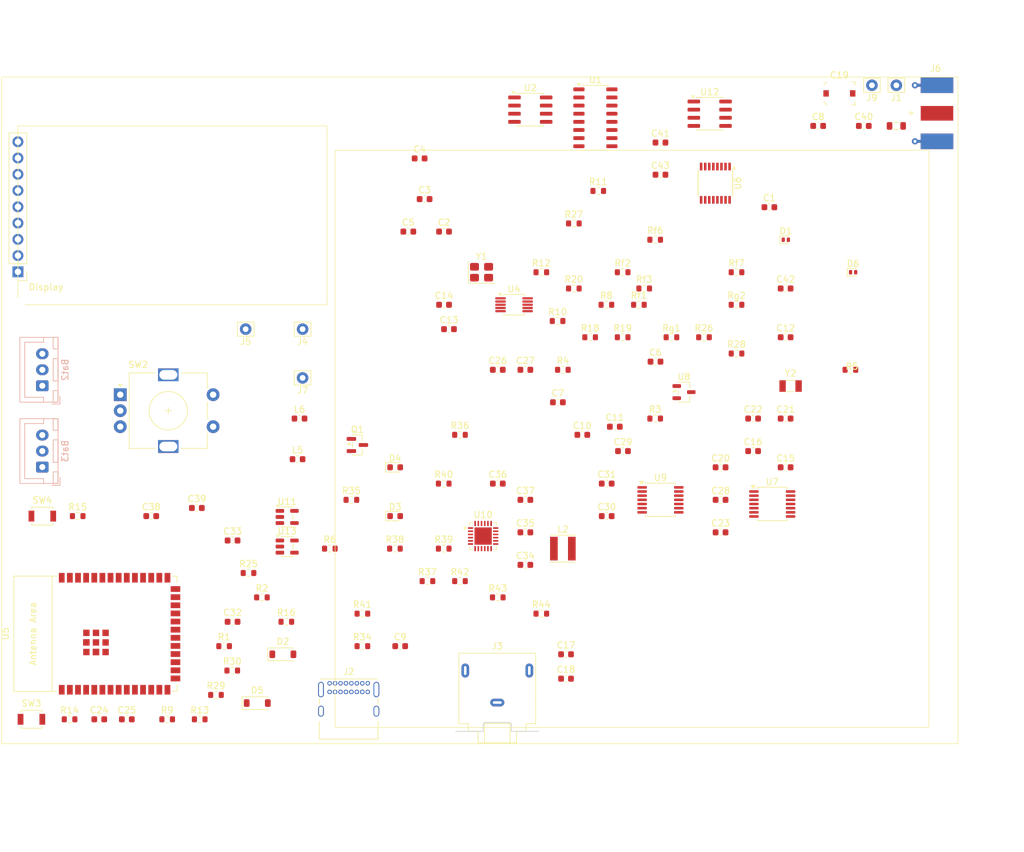
<source format=kicad_pcb>
(kicad_pcb (version 20241229) (generator "pcbnew") (generator_version "9.0")
  (layers (0 "F.Cu" signal) (2 "B.Cu" signal) (13 "F.Paste" user) (15 "B.Paste" user) (5 "F.SilkS" user "F.Silkscreen") (7 "B.SilkS" user "B.Silkscreen") (1 "F.Mask" user) (3 "B.Mask" user) (25 "Edge.Cuts" user))
  (net 0 "")
  (net 1 "Net-(Rf6-Pad2)")
  (net 2 "/VRev2.5")
  (net 3 "Net-(U9-VINR)")
  (net 4 "Net-(U6-LOut)")
  (net 5 "Net-(D6-K)")
  (net 6 "GND")
  (net 7 "+3.3V")
  (net 8 "Net-(U4-XA)")
  (net 9 "Net-(U4-XB)")
  (net 10 "/SCL")
  (net 11 "/SDA")
  (net 12 "Net-(U4-CLK2)")
  (net 13 "Net-(U4-CLK1)")
  (net 14 "Net-(U4-CLK0)")
  (net 15 "Net-(C37-Pad1)")
  (net 16 "Net-(U2A-+)")
  (net 17 "+3.3Vfiltered")
  (net 18 "+VBatt")
  (net 19 "Net-(U1-S0)")
  (net 20 "Net-(U2A--)")
  (net 21 "Net-(U1-1B3)")
  (net 22 "Net-(U10-VBATM)")
  (net 23 "Net-(Bat2-Pin_2)")
  (net 24 "Net-(C16-Pad1)")
  (net 25 "Net-(J4-Pin_1)")
  (net 26 "Net-(C36-Pad1)")
  (net 27 "Net-(U10-DM)")
  (net 28 "Net-(U10-DP)")
  (net 30 "Net-(U10-NTC)")
  (net 31 "Net-(U10-BAT_STAT)")
  (net 32 "Net-(U10-LED)")
  (net 34 "Net-(U10-GND)")
  (net 35 "Net-(U10-VIN_OVSET)")
  (net 37 "Net-(U10-ISET)")
  (net 38 "Net-(U10-EN)")
  (net 39 "Net-(U10-BST)")
  (net 40 "Net-(U10-LX-Pad15)")
  (net 41 "Net-(C35-Pad1)")
  (net 42 "+5V")
  (net 43 "+5Vfiltered")
  (net 44 "Net-(U6-RCLK)")
  (net 45 "Net-(D3-A)")
  (net 46 "Net-(Q1-B)")
  (net 47 "Net-(Q1-C)")
  (net 48 "Net-(R27-Pad2)")
  (net 49 "Net-(R28-Pad2)")
  (net 50 "Net-(Rf7-Pad2)")
  (net 51 "Net-(U1-1B2)")
  (net 52 "Net-(J2-CC2)")
  (net 53 "Net-(J9-Pin_1)")
  (net 54 "3.3V")
  (net 55 "SCK")
  (net 56 "MOSI")
  (net 57 "RST")
  (net 58 "DC")
  (net 59 "CS")
  (net 60 "CS-TF")
  (net 61 "OUT")
  (net 62 "Net-(U6-DClk)")
  (net 66 "Net-(D1-K)")
  (net 67 "Earth")
  (net 68 "Net-(U6-AMI)")
  (net 69 "Net-(C12-Pad1)")
  (net 70 "Net-(U2B--)")
  (net 71 "Net-(U1-1B4)")
  (net 72 "Net-(C42-Pad1)")
  (net 73 "Net-(U1-1A)")
  (net 74 "Net-(J2-SHIELD)")
  (net 75 "Net-(U5-EN)")
  (net 76 "Net-(J7-Pin_1)")
  (net 77 "Net-(U1-S1)")
  (net 78 "Net-(U1-1B1)")
  (net 79 "Net-(U11-BP)")
  (net 80 "/I2S1_DOUT")
  (net 81 "Net-(U2B-+)")
  (net 82 "Net-(C15-Pad1)")
  (net 83 "Net-(U7-VINR)")
  (net 84 "Net-(D4-A)")
  (net 85 "Net-(U9-VINL)")
  (net 86 "Net-(U6-ROut)")
  (net 87 "Net-(J2-CC1)")
  (net 89 "Net-(U7-VINL)")
  (net 90 "/I2S0_DOUT")
  (net 91 "Net-(J6-In)")
  (net 92 "Net-(U5-GPIO4{slash}TOUCH4{slash}ADC1_CH3)")
  (net 93 "VBUS")
  (net 94 "Net-(U5-GPIO5{slash}TOUCH5{slash}ADC1_CH4)")
  (net 95 "Net-(U5-GPIO6{slash}TOUCH6{slash}ADC1_CH5)")
  (net 96 "Net-(D2-K)")
  (net 97 "USB_D-")
  (net 98 "USB_D+")
  (net 99 "Q_BAT_STAT")
  (net 100 "/I2S_BCK")
  (net 101 "Net-(U5-GPIO11{slash}TOUCH11{slash}ADC2_CH0{slash}FSPID{slash}FSPIIO5{slash}SUBSPID)")
  (net 102 "Net-(U5-GPIO12{slash}TOUCH12{slash}ADC2_CH1{slash}FSPICLK{slash}FSPIIO6{slash}SUBSPICLK)")
  (net 103 "/I2S_LRCK")
  (net 104 "RST_4732")
  (net 105 "Net-(U5-GPIO0{slash}BOOT)")
  (net 106 "Net-(U5-GPIO13{slash}TOUCH13{slash}ADC2_CH2{slash}FSPIQ{slash}FSPIIO7{slash}SUBSPIQ)")
  (net 107 "Net-(U5-GPIO14{slash}TOUCH14{slash}ADC2_CH3{slash}FSPIWP{slash}FSPIDQS{slash}SUBSPIWP)")
  (net 108 "Net-(U5-GPIO20{slash}U1CTS{slash}ADC2_CH9{slash}CLK_OUT1{slash}USB_D+)")
  (net 109 "Net-(U5-GPIO19{slash}U1RTS{slash}ADC2_CH8{slash}CLK_OUT2{slash}USB_D-)")
  (net 110 "ADC_SCKI")
  (footprint "Resistor_SMD:R_0603_1608Metric" (layer "F.Cu") (at 164.275 116.84)
    (property "Reference" "R44" (at 0 -1.43 0) (layer "F.SilkS"))
    (property "Value" "5.1K")
    (pad "1" smd roundrect (at -0.825 0) (size 0.8 0.95) (layers "F.Cu" "F.Mask" "F.Paste") (net 93 "VBUS"))
    (pad "2" smd roundrect (at 0.825 0) (size 0.8 0.95) (layers "F.Cu" "F.Mask" "F.Paste") (net 6 "GND"))
  )
  (footprint "Resistor_SMD:R_0603_1608Metric" (layer "F.Cu") (at 169.355 55.88)
    (property "Reference" "R27" (at 0 -1.43 0) (layer "F.SilkS"))
    (property "Value" "22")
    (pad "1" smd roundrect (at -0.825 0) (size 0.8 0.95) (layers "F.Cu" "F.Mask" "F.Paste") (net 73 "Net-(U1-1A)"))
    (pad "2" smd roundrect (at 0.825 0) (size 0.8 0.95) (layers "F.Cu" "F.Mask" "F.Paste") (net 48 "Net-(R27-Pad2)"))
  )
  (footprint "Resistor_SMD:R_0603_1608Metric" (layer "F.Cu") (at 120.65 114.3)
    (property "Reference" "R2" (at 0 -1.43 0) (layer "F.SilkS"))
    (property "Value" "22")
    (pad "1" smd roundrect (at -0.825 0) (size 0.8 0.95) (layers "F.Cu" "F.Mask" "F.Paste") (net 103 "/I2S_LRCK"))
    (pad "2" smd roundrect (at 0.825 0) (size 0.8 0.95) (layers "F.Cu" "F.Mask" "F.Paste") (net 102 "Net-(U5-GPIO12{slash}TOUCH12{slash}ADC2_CH1{slash}FSPICLK{slash}FSPIIO6{slash}SUBSPICLK)"))
  )
  (footprint "Capacitor_SMD:C_0603_1608Metric" (layer "F.Cu") (at 143.51 57.15)
    (property "Reference" "C5" (at 0 -1.43 0) (layer "F.SilkS"))
    (property "Value" "220n")
    (pad "1" smd roundrect (at -0.775 0) (size 0.9 0.95) (layers "F.Cu" "F.Mask" "F.Paste") (net 21 "Net-(U1-1B3)"))
    (pad "2" smd roundrect (at 0.775 0) (size 0.9 0.95) (layers "F.Cu" "F.Mask" "F.Paste") (net 6 "GND"))
  )
  (footprint "Button_Switch_SMD:SW_SPST_B3U-1000P" (layer "F.Cu") (at 86.36 101.6)
    (property "Reference" "SW4" (at 0 -2.5 0) (layer "F.SilkS"))
    (property "Value" "Boot")
    (pad "1" smd rect (at -1.7 0) (size 0.9 1.7) (layers "F.Cu" "F.Mask" "F.Paste") (net 105 "Net-(U5-GPIO0{slash}BOOT)"))
    (pad "2" smd rect (at 1.7 0) (size 0.9 1.7) (layers "F.Cu" "F.Mask" "F.Paste") (net 6 "GND"))
  )
  (footprint "Capacitor_SMD:C_0603_1608Metric" (layer "F.Cu") (at 110.49 100.33)
    (property "Reference" "C39" (at 0 -1.43 0) (layer "F.SilkS"))
    (property "Value" "100n")
    (pad "1" smd roundrect (at -0.775 0) (size 0.9 0.95) (layers "F.Cu" "F.Mask" "F.Paste") (net 95 "Net-(U5-GPIO6{slash}TOUCH6{slash}ADC1_CH5)"))
    (pad "2" smd roundrect (at 0.775 0) (size 0.9 0.95) (layers "F.Cu" "F.Mask" "F.Paste") (net 6 "GND"))
  )
  (footprint "Connector_Pin:Pin_D0.9mm_L10.0mm_W2.4mm_FlatFork" (layer "F.Cu") (at 127 80.01)
    (property "Reference" "J7" (at 0 1.95 0) (layer "F.SilkS"))
    (property "Value" "+3.3Vfiltered")
    (pad "1" thru_hole circle (at 0 0) (size 1.8 1.8) (drill 0.9) (layers "*.Cu" "*.Mask") (net 76 "Net-(J7-Pin_1)"))
  )
  (footprint "Capacitor_SMD:C_0603_1608Metric" (layer "F.Cu") (at 149.86 72.39)
    (property "Reference" "C13" (at 0 -1.43 0) (layer "F.SilkS"))
    (property "Value" "2..20p")
    (pad "1" smd roundrect (at -0.775 0) (size 0.9 0.95) (layers "F.Cu" "F.Mask" "F.Paste") (net 8 "Net-(U4-XA)"))
    (pad "2" smd roundrect (at 0.775 0) (size 0.9 0.95) (layers "F.Cu" "F.Mask" "F.Paste") (net 6 "GND"))
  )
  (footprint "Resistor_SMD:R_0603_1608Metric" (layer "F.Cu") (at 114.745 121.92)
    (property "Reference" "R1" (at 0 -1.43 0) (layer "F.SilkS"))
    (property "Value" "22")
    (pad "1" smd roundrect (at -0.825 0) (size 0.8 0.95) (layers "F.Cu" "F.Mask" "F.Paste") (net 100 "/I2S_BCK"))
    (pad "2" smd roundrect (at 0.825 0) (size 0.8 0.95) (layers "F.Cu" "F.Mask" "F.Paste") (net 101 "Net-(U5-GPIO11{slash}TOUCH11{slash}ADC2_CH0{slash}FSPID{slash}FSPIIO5{slash}SUBSPID)"))
  )
  (footprint "Capacitor_SMD:C_0603_1608Metric" (layer "F.Cu") (at 197.345 86.36)
    (property "Reference" "C22" (at 0 -1.43 0) (layer "F.SilkS"))
    (property "Value" "22p")
    (pad "1" smd roundrect (at -0.775 0) (size 0.9 0.95) (layers "F.Cu" "F.Mask" "F.Paste") (net 6 "GND"))
    (pad "2" smd roundrect (at 0.775 0) (size 0.9 0.95) (layers "F.Cu" "F.Mask" "F.Paste") (net 44 "Net-(U6-RCLK)"))
  )
  (footprint "Capacitor_SMD:C_0603_1608Metric" (layer "F.Cu") (at 157.48 78.74)
    (property "Reference" "C26" (at 0 -1.43 0) (layer "F.SilkS"))
    (property "Value" "100n")
    (pad "1" smd roundrect (at -0.775 0) (size 0.9 0.95) (layers "F.Cu" "F.Mask" "F.Paste") (net 2 "/VRev2.5"))
    (pad "2" smd roundrect (at 0.775 0) (size 0.9 0.95) (layers "F.Cu" "F.Mask" "F.Paste") (net 6 "GND"))
  )
  (footprint "Resistor_SMD:R_0603_1608Metric" (layer "F.Cu") (at 136.335 121.92)
    (property "Reference" "R34" (at 0 -1.43 0) (layer "F.SilkS"))
    (property "Value" "1M")
    (pad "1" smd roundrect (at -0.825 0) (size 0.8 0.95) (layers "F.Cu" "F.Mask" "F.Paste") (net 74 "Net-(J2-SHIELD)"))
    (pad "2" smd roundrect (at 0.825 0) (size 0.8 0.95) (layers "F.Cu" "F.Mask" "F.Paste") (net 6 "GND"))
  )
  (footprint "Inductor_SMD:L_0603_1608Metric" (layer "F.Cu") (at 126.2125 92.71)
    (property "Reference" "L5" (at 0 -1.43 0) (layer "F.SilkS"))
    (property "Value" "Ferrite_perl")
    (pad "1" smd roundrect (at -0.7875 0) (size 0.875 0.95) (layers "F.Cu" "F.Mask" "F.Paste") (net 7 "+3.3V"))
    (pad "2" smd roundrect (at 0.7875 0) (size 0.875 0.95) (layers "F.Cu" "F.Mask" "F.Paste") (net 76 "Net-(J7-Pin_1)"))
  )
  (footprint "Package_DFN_QFN:QFN-24-1EP_4x4mm_P0.5mm_EP2.7x2.7mm" (layer "F.Cu") (at 155.19 104.7175)
    (property "Reference" "U10" (at 0 -3.33 0) (layer "F.SilkS"))
    (property "Value" "IP2326")
    (pad "1" smd roundrect (at -1.9625 -1.25) (size 0.825 0.25) (layers "F.Cu" "F.Mask" "F.Paste") (net 27 "Net-(U10-DM)"))
    (pad "2" smd roundrect (at -1.9625 -0.75) (size 0.825 0.25) (layers "F.Cu" "F.Mask" "F.Paste") (net 28 "Net-(U10-DP)"))
    (pad "3" smd roundrect (at -1.9625 -0.25) (size 0.825 0.25) (layers "F.Cu" "F.Mask" "F.Paste"))
    (pad "4" smd roundrect (at -1.9625 0.25) (size 0.825 0.25) (layers "F.Cu" "F.Mask" "F.Paste") (net 30 "Net-(U10-NTC)"))
    (pad "5" smd roundrect (at -1.9625 0.75) (size 0.825 0.25) (layers "F.Cu" "F.Mask" "F.Paste") (net 31 "Net-(U10-BAT_STAT)"))
    (pad "6" smd roundrect (at -1.9625 1.25) (size 0.825 0.25) (layers "F.Cu" "F.Mask" "F.Paste") (net 32 "Net-(U10-LED)"))
    (pad "7" smd roundrect (at -1.25 1.9625) (size 0.25 0.825) (layers "F.Cu" "F.Mask" "F.Paste"))
    (pad "8" smd roundrect (at -0.75 1.9625) (size 0.25 0.825) (layers "F.Cu" "F.Mask" "F.Paste") (net 34 "Net-(U10-GND)"))
    (pad "9" smd roundrect (at -0.25 1.9625) (size 0.25 0.825) (layers "F.Cu" "F.Mask" "F.Paste") (net 35 "Net-(U10-VIN_OVSET)"))
    (pad "10" smd roundrect (at 0.25 1.9625) (size 0.25 0.825) (layers "F.Cu" "F.Mask" "F.Paste"))
    (pad "11" smd roundrect (at 0.75 1.9625) (size 0.25 0.825) (layers "F.Cu" "F.Mask" "F.Paste") (net 37 "Net-(U10-ISET)"))
    (pad "12" smd roundrect (at 1.25 1.9625) (size 0.25 0.825) (layers "F.Cu" "F.Mask" "F.Paste") (net 38 "Net-(U10-EN)"))
    (pad "13" smd roundrect (at 1.9625 1.25) (size 0.825 0.25) (layers "F.Cu" "F.Mask" "F.Paste") (net 38 "Net-(U10-EN)"))
    (pad "14" smd roundrect (at 1.9625 0.75) (size 0.825 0.25) (layers "F.Cu" "F.Mask" "F.Paste") (net 39 "Net-(U10-BST)"))
    (pad "15" smd roundrect (at 1.9625 0.25) (size 0.825 0.25) (layers "F.Cu" "F.Mask" "F.Paste") (net 40 "Net-(U10-LX-Pad15)"))
    (pad "16" smd roundrect (at 1.9625 -0.25) (size 0.825 0.25) (layers "F.Cu" "F.Mask" "F.Paste") (net 41 "Net-(C35-Pad1)"))
    (pad "17" smd roundrect (at 1.9625 -0.75) (size 0.825 0.25) (layers "F.Cu" "F.Mask" "F.Paste") (net 40 "Net-(U10-LX-Pad15)"))
    (pad "18" smd roundrect (at 1.9625 -1.25) (size 0.825 0.25) (layers "F.Cu" "F.Mask" "F.Paste") (net 6 "GND"))
    (pad "19" smd roundrect (at 1.25 -1.9625) (size 0.25 0.825) (layers "F.Cu" "F.Mask" "F.Paste") (net 26 "Net-(C36-Pad1)"))
    (pad "20" smd roundrect (at 0.75 -1.9625) (size 0.25 0.825) (layers "F.Cu" "F.Mask" "F.Paste") (net 15 "Net-(C37-Pad1)"))
    (pad "21" smd roundrect (at 0.25 -1.9625) (size 0.25 0.825) (layers "F.Cu" "F.Mask" "F.Paste") (net 42 "+5V"))
    (pad "22" smd roundrect (at -0.25 -1.9625) (size 0.25 0.825) (layers "F.Cu" "F.Mask" "F.Paste") (net 42 "+5V"))
    (pad "23" smd roundrect (at -0.75 -1.9625) (size 0.25 0.825) (layers "F.Cu" "F.Mask" "F.Paste") (net 22 "Net-(U10-VBATM)"))
    (pad "24" smd roundrect (at -1.25 -1.9625) (size 0.25 0.825) (layers "F.Cu" "F.Mask" "F.Paste") (net 6 "GND"))
    (pad "25" smd rect (at 0 0) (size 2.7 2.7) (property pad_prop_heatsink) (layers "F.Cu" "F.Mask") (net 34 "Net-(U10-GND)"))
  )
  (footprint "Capacitor_SMD:C_0603_1608Metric" (layer "F.Cu") (at 145.275 45.72)
    (property "Reference" "C4" (at 0 -1.43 0) (layer "F.SilkS"))
    (property "Value" "220n")
    (pad "1" smd roundrect (at -0.775 0) (size 0.9 0.95) (layers "F.Cu" "F.Mask" "F.Paste") (net 51 "Net-(U1-1B2)"))
    (pad "2" smd roundrect (at 0.775 0) (size 0.9 0.95) (layers "F.Cu" "F.Mask" "F.Paste") (net 6 "GND"))
  )
  (footprint "Capacitor_SMD:C_0603_1608Metric" (layer "F.Cu") (at 116.065 118.11)
    (property "Reference" "C32" (at 0 -1.43 0) (layer "F.SilkS"))
    (property "Value" "10n")
    (pad "1" smd roundrect (at -0.775 0) (size 0.9 0.95) (layers "F.Cu" "F.Mask" "F.Paste") (net 79 "Net-(U11-BP)"))
    (pad "2" smd roundrect (at 0.775 0) (size 0.9 0.95) (layers "F.Cu" "F.Mask" "F.Paste") (net 6 "GND"))
  )
  (footprint "Capacitor_SMD:C_0603_1608Metric" (layer "F.Cu") (at 168.135 127)
    (property "Reference" "C18" (at 0 -1.43 0) (layer "F.SilkS"))
    (property "Value" "4.7u")
    (pad "1" smd roundrect (at -0.775 0) (size 0.9 0.95) (layers "F.Cu" "F.Mask" "F.Paste") (net 85 "Net-(U9-VINL)"))
    (pad "2" smd roundrect (at 0.775 0) (size 0.9 0.95) (layers "F.Cu" "F.Mask" "F.Paste") (net 86 "Net-(U6-ROut)"))
  )
  (footprint "Resistor_SMD:R_0603_1608Metric" (layer "F.Cu") (at 176.975 63.5)
    (property "Reference" "Rf2" (at 0 -1.43 0) (layer "F.SilkS"))
    (property "Value" "47")
    (pad "1" smd roundrect (at -0.825 0) (size 0.8 0.95) (layers "F.Cu" "F.Mask" "F.Paste") (net 77 "Net-(U1-S1)"))
    (pad "2" smd roundrect (at 0.825 0) (size 0.8 0.95) (layers "F.Cu" "F.Mask" "F.Paste") (net 13 "Net-(U4-CLK1)"))
  )
  (footprint "Diode_SMD:D_SOD-123" (layer "F.Cu") (at 119.92 130.81)
    (property "Reference" "D5" (at 0 -2 0) (layer "F.SilkS"))
    (property "Value" "D_Schottky")
    (pad "1" smd roundrect (at -1.65 0) (size 0.9 1.2) (layers "F.Cu" "F.Mask" "F.Paste") (net 96 "Net-(D2-K)"))
    (pad "2" smd roundrect (at 1.65 0) (size 0.9 1.2) (layers "F.Cu" "F.Mask" "F.Paste") (net 18 "+VBatt"))
  )
  (footprint "Package_TO_SOT_SMD:SOT-23-5" (layer "F.Cu") (at 124.5925 106.36)
    (property "Reference" "U13" (at 0 -2.4 0) (layer "F.SilkS"))
    (property "Value" "HT733333")
    (pad "1" smd roundrect (at -1.1375 -0.95) (size 1.325 0.6) (layers "F.Cu" "F.Mask" "F.Paste") (net 42 "+5V"))
    (pad "2" smd roundrect (at -1.1375 0) (size 1.325 0.6) (layers "F.Cu" "F.Mask" "F.Paste") (net 6 "GND"))
    (pad "3" smd roundrect (at -1.1375 0.95) (size 1.325 0.6) (layers "F.Cu" "F.Mask" "F.Paste") (net 42 "+5V"))
    (pad "4" smd roundrect (at 1.1375 0.95) (size 1.325 0.6) (layers "F.Cu" "F.Mask" "F.Paste"))
    (pad "5" smd roundrect (at 1.1375 -0.95) (size 1.325 0.6) (layers "F.Cu" "F.Mask" "F.Paste") (net 7 "+3.3V"))
  )
  (footprint "Resistor_SMD:R_0603_1608Metric" (layer "F.Cu") (at 91.885 101.6)
    (property "Reference" "R15" (at 0 -1.43 0) (layer "F.SilkS"))
    (property "Value" "10k")
    (pad "1" smd roundrect (at -0.825 0) (size 0.8 0.95) (layers "F.Cu" "F.Mask" "F.Paste") (net 7 "+3.3V"))
    (pad "2" smd roundrect (at 0.825 0) (size 0.8 0.95) (layers "F.Cu" "F.Mask" "F.Paste") (net 105 "Net-(U5-GPIO0{slash}BOOT)"))
  )
  (footprint "Button_Switch_SMD:SW_SPST_B3U-1000P" (layer "F.Cu") (at 84.66 133.35)
    (property "Reference" "SW3" (at 0 -2.5 0) (layer "F.SilkS"))
    (property "Value" "Reset")
    (pad "1" smd rect (at -1.7 0) (size 0.9 1.7) (layers "F.Cu" "F.Mask" "F.Paste") (net 6 "GND"))
    (pad "2" smd rect (at 1.7 0) (size 0.9 1.7) (layers "F.Cu" "F.Mask" "F.Paste") (net 75 "Net-(U5-EN)"))
  )
  (footprint "Capacitor_SMD:C_0603_1608Metric" (layer "F.Cu") (at 202.425 93.98)
    (property "Reference" "C15" (at 0 -1.43 0) (layer "F.SilkS"))
    (property "Value" "4.7u")
    (pad "1" smd roundrect (at -0.775 0) (size 0.9 0.95) (layers "F.Cu" "F.Mask" "F.Paste") (net 82 "Net-(C15-Pad1)"))
    (pad "2" smd roundrect (at 0.775 0) (size 0.9 0.95) (layers "F.Cu" "F.Mask" "F.Paste") (net 89 "Net-(U7-VINL)"))
  )
  (footprint "Connector_Pin:Pin_D0.9mm_L10.0mm_W2.4mm_FlatFork" (layer "F.Cu") (at 127 72.39)
    (property "Reference" "J4" (at 0 1.95 0) (layer "F.SilkS"))
    (property "Value" "+5Vfiltered")
    (pad "1" thru_hole circle (at 0 0) (size 1.8 1.8) (drill 0.9) (layers "*.Cu" "*.Mask") (net 25 "Net-(J4-Pin_1)"))
  )
  (footprint "Resistor_SMD:R_0603_1608Metric" (layer "F.Cu") (at 124.46 118.11)
    (property "Reference" "R16" (at 0 -1.43 0) (layer "F.SilkS"))
    (property "Value" "22")
    (pad "1" smd roundrect (at -0.825 0) (size 0.8 0.95) (layers "F.Cu" "F.Mask" "F.Paste") (net 90 "/I2S0_DOUT"))
    (pad "2" smd roundrect (at 0.825 0) (size 0.8 0.95) (layers "F.Cu" "F.Mask" "F.Paste") (net 106 "Net-(U5-GPIO13{slash}TOUCH13{slash}ADC2_CH2{slash}FSPIQ{slash}FSPIIO7{slash}SUBSPIQ)"))
  )
  (footprint "Resistor_SMD:R_0603_1608Metric" (layer "F.Cu") (at 157.48 114.3)
    (property "Reference" "R43" (at 0 -1.43 0) (layer "F.SilkS"))
    (property "Value" "75k")
    (pad "1" smd roundrect (at -0.825 0) (size 0.8 0.95) (layers "F.Cu" "F.Mask" "F.Paste") (net 37 "Net-(U10-ISET)"))
    (pad "2" smd roundrect (at 0.825 0) (size 0.8 0.95) (layers "F.Cu" "F.Mask" "F.Paste") (net 6 "GND"))
  )
  (footprint "Capacitor_SMD:C_Trimmer_Murata_TZC3" (layer "F.Cu") (at 210.82 35.56)
    (property "Reference" "C19" (at 0 -2.85 0) (layer "F.SilkS"))
    (property "Value" "10p-60p")
    (pad "1" smd rect (at -2.075 0) (size 0.85 1) (layers "F.Cu" "F.Mask" "F.Paste") (net 6 "GND"))
    (pad "2" smd rect (at 2.075 0) (size 0.85 1) (layers "F.Cu" "F.Mask" "F.Paste") (net 53 "Net-(J9-Pin_1)"))
  )
  (footprint "Capacitor_SMD:C_0603_1608Metric" (layer "F.Cu") (at 161.785 109.22)
    (property "Reference" "C34" (at 0 -1.43 0) (layer "F.SilkS"))
    (property "Value" "10u")
    (pad "1" smd roundrect (at -0.775 0) (size 0.9 0.95) (layers "F.Cu" "F.Mask" "F.Paste") (net 93 "VBUS"))
    (pad "2" smd roundrect (at 0.775 0) (size 0.9 0.95) (layers "F.Cu" "F.Mask" "F.Paste") (net 6 "GND"))
  )
  (footprint "MountingHole:MountingHole_2.2mm_M2_DIN965" (layer "F.Cu") (at 226.06 151.13 180)
    (property "Reference" "M2" (hide yes))
    (property "Value" "")
    (pad "" np_thru_hole circle (at 0 0 180) (size 2.2 2.2) (drill 2.2) (layers "*.Cu" "*.Mask"))
  )
  (footprint "Capacitor_SMD:C_0603_1608Metric" (layer "F.Cu") (at 170.675 88.9)
    (property "Reference" "C10" (at 0 -1.43 0) (layer "F.SilkS"))
    (property "Value" "2.2u")
    (pad "1" smd roundrect (at -0.775 0) (size 0.9 0.95) (layers "F.Cu" "F.Mask" "F.Paste") (net 43 "+5Vfiltered"))
    (pad "2" smd roundrect (at 0.775 0) (size 0.9 0.95) (layers "F.Cu" "F.Mask" "F.Paste") (net 6 "GND"))
  )
  (footprint "Package_SO:SO-16_3.9x9.9mm_P1.27mm" (layer "F.Cu") (at 172.72 39.37)
    (property "Reference" "U1" (at 0 -5.9 0) (layer "F.SilkS"))
    (property "Value" "CBT3253")
    (pad "1" smd roundrect (at -2.575 -4.445) (size 1.75 0.6) (layers "F.Cu" "F.Mask" "F.Paste") (net 6 "GND"))
    (pad "2" smd roundrect (at -2.575 -3.175) (size 1.75 0.6) (layers "F.Cu" "F.Mask" "F.Paste") (net 77 "Net-(U1-S1)"))
    (pad "3" smd roundrect (at -2.575 -1.905) (size 1.75 0.6) (layers "F.Cu" "F.Mask" "F.Paste") (net 71 "Net-(U1-1B4)"))
    (pad "4" smd roundrect (at -2.575 -0.635) (size 1.75 0.6) (layers "F.Cu" "F.Mask" "F.Paste") (net 21 "Net-(U1-1B3)"))
    (pad "5" smd roundrect (at -2.575 0.635) (size 1.75 0.6) (layers "F.Cu" "F.Mask" "F.Paste") (net 51 "Net-(U1-1B2)"))
    (pad "6" smd roundrect (at -2.575 1.905) (size 1.75 0.6) (layers "F.Cu" "F.Mask" "F.Paste") (net 78 "Net-(U1-1B1)"))
    (pad "7" smd roundrect (at -2.575 3.175) (size 1.75 0.6) (layers "F.Cu" "F.Mask" "F.Paste") (net 73 "Net-(U1-1A)"))
    (pad "8" smd roundrect (at -2.575 4.445) (size 1.75 0.6) (layers "F.Cu" "F.Mask" "F.Paste") (net 6 "GND"))
    (pad "9" smd roundrect (at 2.575 4.445) (size 1.75 0.6) (layers "F.Cu" "F.Mask" "F.Paste") (net 73 "Net-(U1-1A)"))
    (pad "10" smd roundrect (at 2.575 3.175) (size 1.75 0.6) (layers "F.Cu" "F.Mask" "F.Paste") (net 78 "Net-(U1-1B1)"))
    (pad "11" smd roundrect (at 2.575 1.905) (size 1.75 0.6) (layers "F.Cu" "F.Mask" "F.Paste") (net 51 "Net-(U1-1B2)"))
    (pad "12" smd roundrect (at 2.575 0.635) (size 1.75 0.6) (layers "F.Cu" "F.Mask" "F.Paste") (net 21 "Net-(U1-1B3)"))
    (pad "13" smd roundrect (at 2.575 -0.635) (size 1.75 0.6) (layers "F.Cu" "F.Mask" "F.Paste") (net 71 "Net-(U1-1B4)"))
    (pad "14" smd roundrect (at 2.575 -1.905) (size 1.75 0.6) (layers "F.Cu" "F.Mask" "F.Paste") (net 19 "Net-(U1-S0)"))
    (pad "15" smd roundrect (at 2.575 -3.175) (size 1.75 0.6) (layers "F.Cu" "F.Mask" "F.Paste") (net 6 "GND"))
    (pad "16" smd roundrect (at 2.575 -4.445) (size 1.75 0.6) (layers "F.Cu" "F.Mask" "F.Paste") (net 43 "+5Vfiltered"))
  )
  (footprint "Capacitor_SMD:C_0603_1608Metric" (layer "F.Cu") (at 161.785 104.14)
    (property "Reference" "C35" (at 0 -1.43 0) (layer "F.SilkS"))
    (property "Value" "100n")
    (pad "1" smd roundrect (at -0.775 0) (size 0.9 0.95) (layers "F.Cu" "F.Mask" "F.Paste") (net 41 "Net-(C35-Pad1)"))
    (pad "2" smd roundrect (at 0.775 0) (size 0.9 0.95) (layers "F.Cu" "F.Mask" "F.Paste") (net 39 "Net-(U10-BST)"))
  )
  (footprint "Capacitor_SMD:C_0603_1608Metric" (layer "F.Cu") (at 149.085 57.15)
    (property "Reference" "C2" (at 0 -1.43 0) (layer "F.SilkS"))
    (property "Value" "220n")
    (pad "1" smd roundrect (at -0.775 0) (size 0.9 0.95) (layers "F.Cu" "F.Mask" "F.Paste") (net 78 "Net-(U1-1B1)"))
    (pad "2" smd roundrect (at 0.775 0) (size 0.9 0.95) (layers "F.Cu" "F.Mask" "F.Paste") (net 6 "GND"))
  )
  (footprint "Resistor_SMD:R_0603_1608Metric" (layer "F.Cu") (at 110.935 133.35)
    (property "Reference" "R13" (at 0 -1.43 0) (layer "F.SilkS"))
    (property "Value" "4.7K")
    (pad "1" smd roundrect (at -0.825 0) (size 0.8 0.95) (layers "F.Cu" "F.Mask" "F.Paste") (net 7 "+3.3V"))
    (pad "2" smd roundrect (at 0.825 0) (size 0.8 0.95) (layers "F.Cu" "F.Mask" "F.Paste") (net 10 "/SCL"))
  )
  (footprint "Package_TO_SOT_SMD:SOT-23" (layer "F.Cu") (at 135.5575 90.49)
    (property "Reference" "Q1" (at 0 -2.4 0) (layer "F.SilkS"))
    (property "Value" "BC847")
    (pad "1" smd roundrect (at -0.9375 -0.95) (size 1.475 0.6) (layers "F.Cu" "F.Mask" "F.Paste") (net 46 "Net-(Q1-B)"))
    (pad "2" smd roundrect (at -0.9375 0.95) (size 1.475 0.6) (layers "F.Cu" "F.Mask" "F.Paste") (net 6 "GND"))
    (pad "3" smd roundrect (at 0.9375 0) (size 1.475 0.6) (layers "F.Cu" "F.Mask" "F.Paste") (net 47 "Net-(Q1-C)"))
  )
  (footprint "Capacitor_SMD:C_0603_1608Metric" (layer "F.Cu") (at 99.555 133.35)
    (property "Reference" "C25" (at 0 -1.43 0) (layer "F.SilkS"))
    (property "Value" "47u")
    (pad "1" smd roundrect (at -0.775 0) (size 0.9 0.95) (layers "F.Cu" "F.Mask" "F.Paste") (net 7 "+3.3V"))
    (pad "2" smd roundrect (at 0.775 0) (size 0.9 0.95) (layers "F.Cu" "F.Mask" "F.Paste") (net 6 "GND"))
  )
  (footprint "Resistor_SMD:R_0603_1608Metric" (layer "F.Cu") (at 90.615 133.35)
    (property "Reference" "R14" (at 0 -1.43 0) (layer "F.SilkS"))
    (property "Value" "10k")
    (pad "1" smd roundrect (at -0.825 0) (size 0.8 0.95) (layers "F.Cu" "F.Mask" "F.Paste") (net 7 "+3.3V"))
    (pad "2" smd roundrect (at 0.825 0) (size 0.8 0.95) (layers "F.Cu" "F.Mask" "F.Paste") (net 75 "Net-(U5-EN)"))
  )
  (footprint "Rotary_Encoder:RotaryEncoder_Alps_EC11E-Switch_Vertical_H20mm" (layer "F.Cu") (at 98.53 82.63)
    (property "Reference" "SW2" (at 2.8 -4.7 0) (layer "F.SilkS"))
    (property "Value" "RotaryEncoder_Switch")
    (pad "A" thru_hole rect (at 0 0) (size 2 2) (drill 1) (layers "*.Cu" "*.Mask") (net 92 "Net-(U5-GPIO4{slash}TOUCH4{slash}ADC1_CH3)"))
    (pad "B" thru_hole circle (at 0 5) (size 2 2) (drill 1) (layers "*.Cu" "*.Mask") (net 94 "Net-(U5-GPIO5{slash}TOUCH5{slash}ADC1_CH4)"))
    (pad "C" thru_hole circle (at 0 2.5) (size 2 2) (drill 1) (layers "*.Cu" "*.Mask") (net 6 "GND"))
    (pad "MP" thru_hole rect (at 7.5 -3.1) (size 3.2 2) (drill oval 2.8 1.5) (layers "*.Cu" "*.Mask"))
    (pad "MP" thru_hole rect (at 7.5 8.1) (size 3.2 2) (drill oval 2.8 1.5) (layers "*.Cu" "*.Mask"))
    (pad "S1" thru_hole circle (at 14.5 5) (size 2 2) (drill 1) (layers "*.Cu" "*.Mask") (net 95 "Net-(U5-GPIO6{slash}TOUCH6{slash}ADC1_CH5)"))
    (pad "S2" thru_hole circle (at 14.5 0) (size 2 2) (drill 1) (layers "*.Cu" "*.Mask") (net 6 "GND"))
  )
  (footprint "Inductor_SMD:L_Taiyo-Yuden_NR-40xx" (layer "F.Cu") (at 167.64 106.68)
    (property "Reference" "L2" (at 0 -3 0) (layer "F.SilkS"))
    (property "Value" "2.2uH,3A")
    (pad "1" smd rect (at -1.4 0) (size 1.2 3.7) (layers "F.Cu" "F.Mask" "F.Paste") (net 41 "Net-(C35-Pad1)"))
    (pad "2" smd rect (at 1.4 0) (size 1.2 3.7) (layers "F.Cu" "F.Mask" "F.Paste") (net 93 "VBUS"))
  )
  (footprint "Inductor_SMD:L_0603_1608Metric" (layer "F.Cu") (at 126.5175 86.36)
    (property "Reference" "L6" (at 0 -1.43 0) (layer "F.SilkS"))
    (property "Value" "Ferrite_perl")
    (pad "1" smd roundrect (at -0.7875 0) (size 0.875 0.95) (layers "F.Cu" "F.Mask" "F.Paste") (net 42 "+5V"))
    (pad "2" smd roundrect (at 0.7875 0) (size 0.875 0.95) (layers "F.Cu" "F.Mask" "F.Paste") (net 25 "Net-(J4-Pin_1)"))
  )
  (footprint "Capacitor_SMD:C_0603_1608Metric" (layer "F.Cu") (at 168.135 123.19)
    (property "Reference" "C17" (at 0 -1.43 0) (layer "F.SilkS"))
    (property "Value" "4.7u")
    (pad "1" smd roundrect (at -0.775 0) (size 0.9 0.95) (layers "F.Cu" "F.Mask" "F.Paste") (net 3 "Net-(U9-VINR)"))
    (pad "2" smd roundrect (at 0.775 0) (size 0.9 0.95) (layers "F.Cu" "F.Mask" "F.Paste") (net 4 "Net-(U6-LOut)"))
  )
  (footprint "Capacitor_SMD:C_0603_1608Metric" (layer "F.Cu") (at 161.785 99.06)
    (property "Reference" "C37" (at 0 -1.43 0) (layer "F.SilkS"))
    (property "Value" "10u")
    (pad "1" smd roundrect (at -0.775 0) (size 0.9 0.95) (layers "F.Cu" "F.Mask" "F.Paste") (net 15 "Net-(C37-Pad1)"))
    (pad "2" smd roundrect (at 0.775 0) (size 0.9 0.95) (layers "F.Cu" "F.Mask" "F.Paste") (net 6 "GND"))
  )
  (footprint "Capacitor_SMD:C_0603_1608Metric" (layer "F.Cu") (at 199.885 53.34)
    (property "Reference" "C1" (at 0 -1.43 0) (layer "F.SilkS"))
    (property "Value" "100p")
    (pad "1" smd roundrect (at -0.775 0) (size 0.9 0.95) (layers "F.Cu" "F.Mask" "F.Paste") (net 66 "Net-(D1-K)"))
    (pad "2" smd roundrect (at 0.775 0) (size 0.9 0.95) (layers "F.Cu" "F.Mask" "F.Paste") (net 91 "Net-(J6-In)"))
  )
  (footprint "Resistor_SMD:R_0603_1608Metric" (layer "F.Cu") (at 141.415 106.68)
    (property "Reference" "R38" (at 0 -1.43 0) (layer "F.SilkS"))
    (property "Value" "100")
    (pad "1" smd roundrect (at -0.825 0) (size 0.8 0.95) (layers "F.Cu" "F.Mask" "F.Paste") (net 31 "Net-(U10-BAT_STAT)"))
    (pad "2" smd roundrect (at 0.825 0) (size 0.8 0.95) (layers "F.Cu" "F.Mask" "F.Paste") (net 45 "Net-(D3-A)"))
  )
  (footprint "Diode_SMD:D_SOD-882D" (layer "F.Cu") (at 212.96 63.5)
    (property "Reference" "D6" (at 0 -1.35 0) (layer "F.SilkS"))
    (property "Value" "PESD5V0L1ULD")
    (pad "1" smd roundrect (at -0.4 0) (size 0.5 0.7) (layers "F.Cu" "F.Mask") (net 5 "Net-(D6-K)"))
    (pad "2" smd roundrect (at 0.4 0) (size 0.5 0.7) (layers "F.Cu" "F.Mask") (net 6 "GND"))
  )
  (footprint "Connector_USB:USB_C_Receptacle_GCT_USB4085" (layer "F.Cu") (at 131.22 127.72)
    (property "Reference" "J2" (at 2.975 -1.8 0) (layer "F.SilkS"))
    (property "Value" "C165948")
    (pad "A1" thru_hole circle (at 0 0) (size 0.7 0.7) (drill 0.4) (layers "*.Cu" "*.Mask") (net 6 "GND"))
    (pad "A4" thru_hole circle (at 0.85 0) (size 0.7 0.7) (drill 0.4) (layers "*.Cu" "*.Mask") (net 93 "VBUS"))
    (pad "A5" thru_hole circle (at 1.7 0) (size 0.7 0.7) (drill 0.4) (layers "*.Cu" "*.Mask") (net 87 "Net-(J2-CC1)"))
    (pad "A6" thru_hole circle (at 2.55 0) (size 0.7 0.7) (drill 0.4) (layers "*.Cu" "*.Mask") (net 98 "USB_D+"))
    (pad "A7" thru_hole circle (at 3.4 0) (size 0.7 0.7) (drill 0.4) (layers "*.Cu" "*.Mask") (net 97 "USB_D-"))
    (pad "A8" thru_hole circle (at 4.25 0) (size 0.7 0.7) (drill 0.4) (layers "*.Cu" "*.Mask"))
    (pad "A9" thru_hole circle (at 5.1 0) (size 0.7 0.7) (drill 0.4) (layers "*.Cu" "*.Mask") (net 93 "VBUS"))
    (pad "A12" thru_hole circle (at 5.95 0) (size 0.7 0.7) (drill 0.4) (layers "*.Cu" "*.Mask") (net 6 "GND"))
    (pad "B1" thru_hole circle (at 5.95 1.35) (size 0.7 0.7) (drill 0.4) (layers "*.Cu" "*.Mask") (net 6 "GND"))
    (pad "B4" thru_hole circle (at 5.1 1.35) (size 0.7 0.7) (drill 0.4) (layers "*.Cu" "*.Mask") (net 93 "VBUS"))
    (pad "B5" thru_hole circle (at 4.25 1.35) (size 0.7 0.7) (drill 0.4) (layers "*.Cu" "*.Mask") (net 52 "Net-(J2-CC2)"))
    (pad "B6" thru_hole circle (at 3.4 1.35) (size 0.7 0.7) (drill 0.4) (layers "*.Cu" "*.Mask") (net 98 "USB_D+"))
    (pad "B7" thru_hole circle (at 2.55 1.35) (size 0.7 0.7) (drill 0.4) (layers "*.Cu" "*.Mask") (net 97 "USB_D-"))
    (pad "B8" thru_hole circle (at 1.7 1.35) (size 0.7 0.7) (drill 0.4) (layers "*.Cu" "*.Mask"))
    (pad "B9" thru_hole circle (at 0.85 1.35) (size 0.7 0.7) (drill 0.4) (layers "*.Cu" "*.Mask") (net 93 "VBUS"))
    (pad "B12" thru_hole circle (at 0 1.35) (size 0.7 0.7) (drill 0.4) (layers "*.Cu" "*.Mask") (net 6 "GND"))
    (pad "S1" thru_hole oval (at -1.35 0.98) (size 0.9 2.4) (drill oval 0.6 2.1) (layers "*.Cu" "*.Mask") (net 74 "Net-(J2-SHIELD)"))
    (pad "S1" thru_hole oval (at -1.35 4.36) (size 0.9 1.7) (drill oval 0.6 1.4) (layers "*.Cu" "*.Mask") (net 74 "Net-(J2-SHIELD)"))
    (pad "S1" thru_hole oval (at 7.3 0.98) (size 0.9 2.4) (drill oval 0.6 2.1) (layers "*.Cu" "*.Mask") (net 74 "Net-(J2-SHIELD)"))
    (pad "S1" thru_hole oval (at 7.3 4.36) (size 0.9 1.7) (drill oval 0.6 1.4) (layers "*.Cu" "*.Mask") (net 74 "Net-(J2-SHIELD)"))
  )
  (footprint "Resistor_SMD:R_0603_1608Metric" (layer "F.Cu") (at 194.755 68.58)
    (property "Reference" "Rg2" (at 0 -1.43 0) (layer "F.SilkS"))
    (property "Value" "604" (hide yes))
    (pad "1" smd roundrect (at -0.825 0) (size 0.8 0.95) (layers "F.Cu" "F.Mask" "F.Paste") (net 2 "/VRev2.5"))
    (pad "2" smd roundrect (at 0.825 0) (size 0.8 0.95) (layers "F.Cu" "F.Mask" "F.Paste") (net 50 "Net-(Rf7-Pad2)"))
  )
  (footprint "Resistor_SMD:R_0603_1608Metric" (layer "F.Cu") (at 136.335 116.84)
    (property "Reference" "R41" (at 0 -1.43 0) (layer "F.SilkS"))
    (property "Value" "120K")
    (pad "1" smd roundrect (at -0.825 0) (size 0.8 0.95) (layers "F.Cu" "F.Mask" "F.Paste") (net 34 "Net-(U10-GND)"))
    (pad "2" smd roundrect (at 0.825 0) (size 0.8 0.95) (layers "F.Cu" "F.Mask" "F.Paste") (net 6 "GND"))
  )
  (footprint "Resistor_SMD:R_0603_1608Metric" (layer "F.Cu") (at 105.855 133.35)
    (property "Reference" "R9" (at 0 -1.43 0) (layer "F.SilkS"))
    (property "Value" "4.7K")
    (pad "1" smd roundrect (at -0.825 0) (size 0.8 0.95) (layers "F.Cu" "F.Mask" "F.Paste") (net 7 "+3.3V"))
    (pad "2" smd roundrect (at 0.825 0) (size 0.8 0.95) (layers "F.Cu" "F.Mask" "F.Paste") (net 11 "/SDA"))
  )
  (footprint "Capacitor_SMD:C_0603_1608Metric" (layer "F.Cu") (at 192.265 104.14)
    (property "Reference" "C23" (at 0 -1.43 0) (layer "F.SilkS"))
    (property "Value" "100n")
    (pad "1" smd roundrect (at -0.775 0) (size 0.9 0.95) (layers "F.Cu" "F.Mask" "F.Paste") (net 6 "GND"))
    (pad "2" smd roundrect (at 0.775 0) (size 0.9 0.95) (layers "F.Cu" "F.Mask" "F.Paste") (net 17 "+3.3Vfiltered"))
  )
  (footprint "Crystal:Crystal_SMD_3215-2Pin_3.2x1.5mm" (layer "F.Cu") (at 203.2 81.28)
    (property "Reference" "Y2" (at 0 -2 0) (layer "F.SilkS"))
    (property "Value" "32768kHz")
    (pad "1" smd rect (at 1.25 0) (size 1 1.8) (layers "F.Cu" "F.Mask" "F.Paste") (net 62 "Net-(U6-DClk)"))
    (pad "2" smd rect (at -1.25 0) (size 1 1.8) (layers "F.Cu" "F.Mask" "F.Paste") (net 44 "Net-(U6-RCLK)"))
  )
  (footprint "Capacitor_SMD:C_0603_1608Metric" (layer "F.Cu") (at 214.63 40.64)
    (property "Reference" "C40" (at 0 -1.43 0) (layer "F.SilkS"))
    (property "Value" "100p")
    (pad "1" smd roundrect (at -0.775 0) (size 0.9 0.95) (layers "F.Cu" "F.Mask" "F.Paste") (net 5 "Net-(D6-K)"))
    (pad "2" smd roundrect (at 0.775 0) (size 0.9 0.95) (layers "F.Cu" "F.Mask" "F.Paste") (net 6 "GND"))
  )
  (footprint "Resistor_SMD:R_0603_1608Metric" (layer "F.Cu") (at 164.275 63.5)
    (property "Reference" "R12" (at 0 -1.43 0) (layer "F.SilkS"))
    (property "Value" "1k")
    (pad "1" smd roundrect (at -0.825 0) (size 0.8 0.95) (layers "F.Cu" "F.Mask" "F.Paste") (net 16 "Net-(U2A-+)"))
    (pad "2" smd roundrect (at 0.825 0) (size 0.8 0.95) (layers "F.Cu" "F.Mask" "F.Paste") (net 51 "Net-(U1-1B2)"))
  )
  (footprint "Resistor_SMD:R_0603_1608Metric" (layer "F.Cu") (at 151.575 111.76)
    (property "Reference" "R42" (at 0 -1.43 0) (layer "F.SilkS"))
    (property "Value" "120K")
    (pad "1" smd roundrect (at -0.825 0) (size 0.8 0.95) (layers "F.Cu" "F.Mask" "F.Paste") (net 35 "Net-(U10-VIN_OVSET)"))
    (pad "2" smd roundrect (at 0.825 0) (size 0.8 0.95) (layers "F.Cu" "F.Mask" "F.Paste") (net 6 "GND"))
  )
  (footprint "Resistor_SMD:R_0603_1608Metric" (layer "F.Cu") (at 212.535 78.74)
    (property "Reference" "R5" (at 0.237258 -0.5225 0) (layer "F.SilkS"))
    (property "Value" "10k")
    (pad "1" smd roundrect (at -0.825 0) (size 0.8 0.95) (layers "F.Cu" "F.Mask" "F.Paste") (net 17 "+3.3Vfiltered"))
    (pad "2" smd roundrect (at 0.825 0) (size 0.8 0.95) (layers "F.Cu" "F.Mask" "F.Paste") (net 104 "RST_4732"))
  )
  (footprint "MountingHole:MountingHole_2.2mm_M2_DIN965" (layer "F.Cu") (at 86.36 24.13 180)
    (property "Reference" "M2" (hide yes))
    (property "Value" "")
    (pad "" np_thru_hole circle (at 0 0 180) (size 2.2 2.2) (drill 2.2) (layers "*.Cu" "*.Mask"))
  )
  (footprint "Capacitor_SMD:C_0603_1608Metric" (layer "F.Cu") (at 103.365 101.6)
    (property "Reference" "C38" (at 0 -1.43 0) (layer "F.SilkS"))
    (property "Value" "100n")
    (pad "1" smd roundrect (at -0.775 0) (size 0.9 0.95) (layers "F.Cu" "F.Mask" "F.Paste") (net 6 "GND"))
    (pad "2" smd roundrect (at 0.775 0) (size 0.9 0.95) (layers "F.Cu" "F.Mask" "F.Paste") (net 94 "Net-(U5-GPIO5{slash}TOUCH5{slash}ADC1_CH4)"))
  )
  (footprint "Resistor_SMD:R_0603_1608Metric" (layer "F.Cu") (at 149.035 96.52)
    (property "Reference" "R40" (at 0 -1.43 0) (layer "F.SilkS"))
    (property "Value" "100")
    (pad "1" smd roundrect (at -0.825 0) (size 0.8 0.95) (layers "F.Cu" "F.Mask" "F.Paste") (net 32 "Net-(U10-LED)"))
    (pad "2" smd roundrect (at 0.825 0) (size 0.8 0.95) (layers "F.Cu" "F.Mask" "F.Paste") (net 84 "Net-(D4-A)"))
  )
  (footprint "Capacitor_SMD:C_0603_1608Metric" (layer "F.Cu") (at 207.505 40.64)
    (property "Reference" "C8" (at 0 -1.43 0) (layer "F.SilkS"))
    (property "Value" "270p")
    (pad "1" smd roundrect (at -0.775 0) (size 0.9 0.95) (layers "F.Cu" "F.Mask" "F.Paste") (net 53 "Net-(J9-Pin_1)"))
    (pad "2" smd roundrect (at 0.775 0) (size 0.9 0.95) (layers "F.Cu" "F.Mask" "F.Paste") (net 6 "GND"))
  )
  (footprint "Connector_Audio:Jack_3.5mm_CUI_SJ1-3523N_Horizontal" (layer "F.Cu") (at 157.4 130.73)
    (property "Reference" "J3" (at 0 -8.8 0) (layer "F.SilkS"))
    (property "Value" "AudioJack2_Ground")
    (fp_line (start -2.2 3.5) (end -2.2 4.5) (stroke (width 0.12)) (layer "Edge.Cuts"))
    (fp_line (start -2.2 4.5) (end -6.5 4.5) (stroke (width 0.12)) (layer "Edge.Cuts"))
    (fp_line (start 1.8 3.1) (end -1.8 3.1) (stroke (width 0.12)) (layer "Edge.Cuts"))
    (fp_line (start 2.2 3.5) (end 2.2 4.5) (stroke (width 0.12)) (layer "Edge.Cuts"))
    (fp_line (start 2.2 4.5) (end 6.5 4.5) (stroke (width 0.12)) (layer "Edge.Cuts"))
    (fp_arc (start -2.2 3.5) (mid -2.082843 3.217158) (end -1.8 3.1) (stroke (width 0.12)) (layer "Edge.Cuts"))
    (fp_arc (start 1.8 3.1) (mid 2.082843 3.217157) (end 2.2 3.5) (stroke (width 0.12)) (layer "Edge.Cuts"))
    (pad "" np_thru_hole circle (at -5 0) (size 1.2 1.2) (drill 1.2) (layers "*.Cu" "*.Mask"))
    (pad "" np_thru_hole circle (at -5 2.5) (size 1.2 1.2) (drill 1.2) (layers "*.Cu" "*.Mask"))
    (pad "" np_thru_hole circle (at 0 -5) (size 1.2 1.2) (drill 1.2) (layers "*.Cu" "*.Mask"))
    (pad "" np_thru_hole circle (at 5 0) (size 1.2 1.2) (drill 1.2) (layers "*.Cu" "*.Mask"))
    (pad "" np_thru_hole circle (at 5 2.5) (size 1.2 1.2) (drill 1.2) (layers "*.Cu" "*.Mask"))
    (pad "R" thru_hole oval (at -5 -5) (size 1.2 2.2) (drill oval 0.4 1.4) (layers "*.Cu" "*.Mask"))
    (pad "S" thru_hole oval (at 0 0) (size 2.2 1.2) (drill oval 1.4 0.4) (layers "*.Cu" "*.Mask") (net 85 "Net-(U9-VINL)"))
    (pad "T" thru_hole oval (at 5 -5 180) (size 1.2 2.2) (drill oval 0.4 1.4) (layers "*.Cu" "*.Mask") (net 3 "Net-(U9-VINR)"))
  )
  (footprint "MountingHole:MountingHole_2.2mm_M2_DIN965" (layer "F.Cu") (at 82.55 37.973 180)
    (property "Reference" "M2" (hide yes))
    (property "Value" "")
    (pad "" np_thru_hole circle (at 0 0 180) (size 2.2 2.2) (drill 2.2) (layers "*.Cu" "*.Mask"))
  )
  (footprint "Capacitor_SMD:C_0603_1608Metric" (layer "F.Cu") (at 192.265 99.06)
    (property "Reference" "C28" (at 0 -1.43 0) (layer "F.SilkS"))
    (property "Value" "100n")
    (pad "1" smd roundrect (at -0.775 0) (size 0.9 0.95) (layers "F.Cu" "F.Mask" "F.Paste") (net 6 "GND"))
    (pad "2" smd roundrect (at 0.775 0) (size 0.9 0.95) (layers "F.Cu" "F.Mask" "F.Paste") (net 43 "+5Vfiltered"))
  )
  (footprint "Capacitor_SMD:C_0603_1608Metric" (layer "F.Cu") (at 157.48 96.52)
    (property "Reference" "C36" (at 0 -1.43 0) (layer "F.SilkS"))
    (property "Value" "10u")
    (pad "1" smd roundrect (at -0.775 0) (size 0.9 0.95) (layers "F.Cu" "F.Mask" "F.Paste") (net 26 "Net-(C36-Pad1)"))
    (pad "2" smd roundrect (at 0.775 0) (size 0.9 0.95) (layers "F.Cu" "F.Mask" "F.Paste") (net 6 "GND"))
  )
  (footprint "Capacitor_SMD:C_0603_1608Metric" (layer "F.Cu") (at 202.425 66.04)
    (property "Reference" "C42" (at 0 -1.43 0) (layer "F.SilkS"))
    (property "Value" "100n")
    (pad "1" smd roundrect (at -0.775 0) (size 0.9 0.95) (layers "F.Cu" "F.Mask" "F.Paste") (net 72 "Net-(C42-Pad1)"))
    (pad "2" smd roundrect (at 0.775 0) (size 0.9 0.95) (layers "F.Cu" "F.Mask" "F.Paste") (net 5 "Net-(D6-K)"))
  )
  (footprint "Package_SO:SSOP-16_3.9x4.9mm_P0.635mm" (layer "F.Cu") (at 191.4525 49.59 -90)
    (property "Reference" "U6" (at 0 -3.5 90) (layer "F.SilkS"))
    (property "Value" "Si4732-A10")
    (pad "1" smd rect (at -2.6 -2.2225 270) (size 1.2 0.4) (layers "F.Cu" "F.Mask" "F.Paste") (net 4 "Net-(U6-LOut)"))
    (pad "2" smd rect (at -2.6 -1.5875 270) (size 1.2 0.4) (layers "F.Cu" "F.Mask" "F.Paste") (net 62 "Net-(U6-DClk)"))
    (pad "3" smd rect (at -2.6 -0.9525 270) (size 1.2 0.4) (layers "F.Cu" "F.Mask" "F.Paste"))
    (pad "4" smd rect (at -2.6 -0.3175 270) (size 1.2 0.4) (layers "F.Cu" "F.Mask" "F.Paste"))
    (pad "5" smd rect (at -2.6 0.3175 270) (size 1.2 0.4) (layers "F.Cu" "F.Mask" "F.Paste"))
    (pad "6" smd rect (at -2.6 0.9525 270) (size 1.2 0.4) (layers "F.Cu" "F.Mask" "F.Paste") (net 66 "Net-(D1-K)"))
    (pad "7" smd rect (at -2.6 1.5875 270) (size 1.2 0.4) (layers "F.Cu" "F.Mask" "F.Paste") (net 67 "Earth"))
    (pad "8" smd rect (at -2.6 2.2225 270) (size 1.2 0.4) (layers "F.Cu" "F.Mask" "F.Paste") (net 68 "Net-(U6-AMI)"))
    (pad "9" smd rect (at 2.6 2.2225 270) (size 1.2 0.4) (layers "F.Cu" "F.Mask" "F.Paste") (net 104 "RST_4732"))
    (pad "10" smd rect (at 2.6 1.5875 270) (size 1.2 0.4) (layers "F.Cu" "F.Mask" "F.Paste") (net 6 "GND"))
    (pad "11" smd rect (at 2.6 0.9525 270) (size 1.2 0.4) (layers "F.Cu" "F.Mask" "F.Paste") (net 10 "/SCL"))
    (pad "12" smd rect (at 2.6 0.3175 270) (size 1.2 0.4) (layers "F.Cu" "F.Mask" "F.Paste") (net 11 "/SDA"))
    (pad "13" smd rect (at 2.6 -0.3175 270) (size 1.2 0.4) (layers "F.Cu" "F.Mask" "F.Paste") (net 44 "Net-(U6-RCLK)"))
    (pad "14" smd rect (at 2.6 -0.9525 270) (size 1.2 0.4) (layers "F.Cu" "F.Mask" "F.Paste") (net 17 "+3.3Vfiltered"))
    (pad "15" smd rect (at 2.6 -1.5875 270) (size 1.2 0.4) (layers "F.Cu" "F.Mask" "F.Paste") (net 6 "GND"))
    (pad "16" smd rect (at 2.6 -2.2225 270) (size 1.2 0.4) (layers "F.Cu" "F.Mask" "F.Paste") (net 86 "Net-(U6-ROut)"))
  )
  (footprint "Capacitor_SMD:C_0603_1608Metric" (layer "F.Cu") (at 174.485 101.6)
    (property "Reference" "C30" (at 0 -1.43 0) (layer "F.SilkS"))
    (property "Value" "100n")
    (pad "1" smd roundrect (at -0.775 0) (size 0.9 0.95) (layers "F.Cu" "F.Mask" "F.Paste") (net 6 "GND"))
    (pad "2" smd roundrect (at 0.775 0) (size 0.9 0.95) (layers "F.Cu" "F.Mask" "F.Paste") (net 17 "+3.3Vfiltered"))
  )
  (footprint "Resistor_SMD:R_0603_1608Metric" (layer "F.Cu") (at 113.475 129.54)
    (property "Reference" "R29" (at 0 -1.43 0) (layer "F.SilkS"))
    (property "Value" "22")
    (pad "1" smd roundrect (at -0.825 0) (size 0.8 0.95) (layers "F.Cu" "F.Mask" "F.Paste") (net 98 "USB_D+"))
    (pad "2" smd roundrect (at 0.825 0) (size 0.8 0.95) (layers "F.Cu" "F.Mask" "F.Paste") (net 108 "Net-(U5-GPIO20{slash}U1CTS{slash}ADC2_CH9{slash}CLK_OUT1{slash}USB_D+)"))
  )
  (footprint "Diode_SMD:D_SOD-123" (layer "F.Cu") (at 123.92 123.19)
    (property "Reference" "D2" (at 0 -2 0) (layer "F.SilkS"))
    (property "Value" "D_Schottky")
    (pad "1" smd roundrect (at -1.65 0) (size 0.9 1.2) (layers "F.Cu" "F.Mask" "F.Paste") (net 96 "Net-(D2-K)"))
    (pad "2" smd roundrect (at 1.65 0) (size 0.9 1.2) (layers "F.Cu" "F.Mask" "F.Paste") (net 93 "VBUS"))
  )
  (footprint "Capacitor_SMD:C_0603_1608Metric" (layer "F.Cu") (at 149.085 68.58)
    (property "Reference" "C14" (at 0 -1.43 0) (layer "F.SilkS"))
    (property "Value" "2..20p")
    (pad "1" smd roundrect (at -0.775 0) (size 0.9 0.95) (layers "F.Cu" "F.Mask" "F.Paste") (net 9 "Net-(U4-XB)"))
    (pad "2" smd roundrect (at 0.775 0) (size 0.9 0.95) (layers "F.Cu" "F.Mask" "F.Paste") (net 6 "GND"))
  )
  (footprint "Capacitor_SMD:C_0603_1608Metric" (layer "F.Cu") (at 161.785 78.74)
    (property "Reference" "C27" (at 0 -1.43 0) (layer "F.SilkS"))
    (property "Value" "10u")
    (pad "1" smd roundrect (at -0.775 0) (size 0.9 0.95) (layers "F.Cu" "F.Mask" "F.Paste") (net 2 "/VRev2.5"))
    (pad "2" smd roundrect (at 0.775 0) (size 0.9 0.95) (layers "F.Cu" "F.Mask" "F.Paste") (net 6 "GND"))
  )
  (footprint "Resistor_SMD:R_0603_1608Metric" (layer "F.Cu") (at 116.015 125.73)
    (property "Reference" "R30" (at 0 -1.43 0) (layer "F.SilkS"))
    (property "Value" "22")
    (pad "1" smd roundrect (at -0.825 0) (size 0.8 0.95) (layers "F.Cu" "F.Mask" "F.Paste") (net 97 "USB_D-"))
    (pad "2" smd roundrect (at 0.825 0) (size 0.8 0.95) (layers "F.Cu" "F.Mask" "F.Paste") (net 109 "Net-(U5-GPIO19{slash}U1RTS{slash}ADC2_CH8{slash}CLK_OUT2{slash}USB_D-)"))
  )
  (footprint "Connector_PinHeader_2.54mm:PinHeader_1x09_P2.54mm_Vertical" (layer "F.Cu") (at 82.55 63.4365 180)
    (property "Reference" "Display" (at -4.3815 -2.38 0) (layer "F.SilkS"))
    (property "Value" "")
    (pad "1" thru_hole rect (at 0 0 180) (size 1.7 1.7) (drill 1) (layers "*.Cu" "*.Mask") (net 6 "GND"))
    (pad "2" thru_hole circle (at 0 2.54 180) (size 1.7 1.7) (drill 1) (layers "*.Cu" "*.Mask") (net 54 "3.3V"))
    (pad "3" thru_hole circle (at 0 5.08 180) (size 1.7 1.7) (drill 1) (layers "*.Cu" "*.Mask") (net 55 "SCK"))
    (pad "4" thru_hole circle (at 0 7.62 180) (size 1.7 1.7) (drill 1) (layers "*.Cu" "*.Mask") (net 56 "MOSI"))
    (pad "5" thru_hole circle (at 0 10.16 180) (size 1.7 1.7) (drill 1) (layers "*.Cu" "*.Mask") (net 57 "RST"))
    (pad "6" thru_hole circle (at 0 12.7 180) (size 1.7 1.7) (drill 1) (layers "*.Cu" "*.Mask") (net 58 "DC"))
    (pad "7" thru_hole circle (at 0 15.24 180) (size 1.7 1.7) (drill 1) (layers "*.Cu" "*.Mask") (net 59 "CS"))
    (pad "8" thru_hole circle (at 0 17.78 180) (size 1.7 1.7) (drill 1) (layers "*.Cu" "*.Mask") (net 60 "CS-TF"))
    (pad "9" thru_hole circle (at 0 20.32 180) (size 1.7 1.7) (drill 1) (layers "*.Cu" "*.Mask") (net 61 "OUT"))
  )
  (footprint "Capacitor_SMD:C_0603_1608Metric" (layer "F.Cu") (at 174.485 96.52)
    (property "Reference" "C31" (at 0 -1.43 0) (layer "F.SilkS"))
    (property "Value" "100n")
    (pad "1" smd roundrect (at -0.775 0) (size 0.9 0.95) (layers "F.Cu" "F.Mask" "F.Paste") (net 6 "GND"))
    (pad "2" smd roundrect (at 0.775 0) (size 0.9 0.95) (layers "F.Cu" "F.Mask" "F.Paste") (net 43 "+5Vfiltered"))
  )
  (footprint "Resistor_SMD:R_0603_1608Metric" (layer "F.Cu") (at 151.575 88.9)
    (property "Reference" "R36" (at 0 -1.43 0) (layer "F.SilkS"))
    (property "Value" "5.1K")
    (pad "1" smd roundrect (at -0.825 0) (size 0.8 0.95) (layers "F.Cu" "F.Mask" "F.Paste") (net 87 "Net-(J2-CC1)"))
    (pad "2" smd roundrect (at 0.825 0) (size 0.8 0.95) (layers "F.Cu" "F.Mask" "F.Paste") (net 6 "GND"))
  )
  (footprint "Resistor_SMD:R_0603_1608Metric" (layer "F.Cu") (at 174.435 68.58)
    (property "Reference" "R8" (at 0 -1.43 0) (layer "F.SilkS"))
    (property "Value" "1k")
    (pad "1" smd roundrect (at -0.825 0) (size 0.8 0.95) (layers "F.Cu" "F.Mask" "F.Paste") (net 70 "Net-(U2B--)"))
    (pad "2" smd roundrect (at 0.825 0) (size 0.8 0.95) (layers "F.Cu" "F.Mask" "F.Paste") (net 71 "Net-(U1-1B4)"))
  )
  (footprint "Package_TO_SOT_SMD:SOT-23-5" (layer "F.Cu") (at 124.5925 101.735)
    (property "Reference" "U11" (at 0 -2.4 0) (layer "F.SilkS"))
    (property "Value" "LP2985-5.0")
    (pad "1" smd roundrect (at -1.1375 -0.95) (size 1.325 0.6) (layers "F.Cu" "F.Mask" "F.Paste") (net 96 "Net-(D2-K)"))
    (pad "2" smd roundrect (at -1.1375 0) (size 1.325 0.6) (layers "F.Cu" "F.Mask" "F.Paste") (net 6 "GND"))
    (pad "3" smd roundrect (at -1.1375 0.95) (size 1.325 0.6) (layers "F.Cu" "F.Mask" "F.Paste") (net 96 "Net-(D2-K)"))
    (pad "4" smd roundrect (at 1.1375 0.95) (size 1.325 0.6) (layers "F.Cu" "F.Mask" "F.Paste") (net 79 "Net-(U11-BP)"))
    (pad "5" smd roundrect (at 1.1375 -0.95) (size 1.325 0.6) (layers "F.Cu" "F.Mask" "F.Paste") (net 42 "+5V"))
  )
  (footprint "Connector_Coaxial:SMA_Molex_73251-1153_EdgeMount_Horizontal" (layer "F.Cu") (at 224.34 38.67 180)
    (property "Reference" "J6" (at -1.5 7 180) (layer "F.SilkS"))
    (property "Value" "U.FL")
    (pad "1" smd rect (at -1.72 0 180) (size 5.08 2.29) (layers "F.Cu" "F.Mask" "F.Paste") (net 91 "Net-(J6-In)"))
    (pad "2" smd rect (at -1.72 -4.38 180) (size 5.08 2.42) (layers "F.Cu" "F.Mask" "F.Paste") (net 6 "GND"))
    (pad "2" smd rect (at -1.72 -4.38 180) (size 5.08 2.42) (layers "B.Cu" "B.Mask" "B.Paste") (net 6 "GND"))
    (pad "2" smd rect (at -1.72 4.38 180) (size 5.08 2.42) (layers "F.Cu" "F.Mask" "F.Paste") (net 6 "GND"))
    (pad "2" smd rect (at -1.72 4.38 180) (size 5.08 2.42) (layers "B.Cu" "B.Mask" "B.Paste") (net 6 "GND"))
    (pad "2" smd rect (at 1.27 -4.38 180) (size 0.95 0.46) (layers "F.Cu") (net 6 "GND"))
    (pad "2" smd rect (at 1.27 -4.38 180) (size 0.95 0.46) (layers "B.Cu") (net 6 "GND"))
    (pad "2" smd rect (at 1.27 4.38 180) (size 0.95 0.46) (layers "F.Cu") (net 6 "GND"))
    (pad "2" smd rect (at 1.27 4.38 180) (size 0.95 0.46) (layers "B.Cu") (net 6 "GND"))
    (pad "2" thru_hole circle (at 1.72 -4.38 180) (size 0.97 0.97) (drill 0.46) (layers "*.Cu") (net 6 "GND"))
    (pad "2" thru_hole circle (at 1.72 4.38 180) (size 0.97 0.97) (drill 0.46) (layers "*.Cu") (net 6 "GND"))
  )
  (footprint "PCM_JLCPCB:L_0805" (layer "F.Cu") (at 219.71 40.64)
    (property "Reference" "L4" (hide yes))
    (property "Value" "1uH,50mA")
    (pad "1" smd roundrect (at -1.06 0) (size 0.88 1.2) (layers "F.Cu" "F.Mask" "F.Paste") (net 5 "Net-(D6-K)"))
    (pad "2" smd roundrect (at 1.06 0) (size 0.88 1.2) (layers "F.Cu" "F.Mask" "F.Paste") (net 53 "Net-(J9-Pin_1)"))
  )
  (footprint "Resistor_SMD:R_0603_1608Metric" (layer "F.Cu") (at 149.035 106.68)
    (property "Reference" "R39" (at 0 -1.43 0) (layer "F.SilkS"))
    (property "Value" "100")
    (pad "1" smd roundrect (at -0.825 0) (size 0.8 0.95) (layers "F.Cu" "F.Mask" "F.Paste") (net 22 "Net-(U10-VBATM)"))
    (pad "2" smd roundrect (at 0.825 0) (size 0.8 0.95) (layers "F.Cu" "F.Mask" "F.Paste") (net 23 "Net-(Bat2-Pin_2)"))
  )
  (footprint "LED_SMD:LED_0603_1608Metric" (layer "F.Cu") (at 141.4525 101.6)
    (property "Reference" "D3" (at 0 -1.43 0) (layer "F.SilkS"))
    (property "Value" "LED_Small")
    (pad "1" smd roundrect (at -0.7875 0) (size 0.875 0.95) (layers "F.Cu" "F.Mask" "F.Paste") (net 6 "GND"))
    (pad "2" smd roundrect (at 0.7875 0) (size 0.875 0.95) (layers "F.Cu" "F.Mask" "F.Paste") (net 45 "Net-(D3-A)"))
  )
  (footprint "Resistor_SMD:R_0603_1608Metric" (layer "F.Cu") (at 182.055 58.42)
    (property "Reference" "Rf6" (at 0 -1.43 0) (layer "F.SilkS"))
    (property "Value" "604")
    (pad "1" smd roundrect (at -0.825 0) (size 0.8 0.95) (layers "F.Cu" "F.Mask" "F.Paste") (net 48 "Net-(R27-Pad2)"))
    (pad "2" smd roundrect (at 0.825 0) (size 0.8 0.95) (layers "F.Cu" "F.Mask" "F.Paste") (net 1 "Net-(Rf6-Pad2)"))
  )
  (footprint "MountingHole:MountingHole_2.2mm_M2_DIN965" (layer "F.Cu") (at 237.49 38.1 180)
    (property "Reference" "M2" (hide yes))
    (property "Value" "")
    (pad "" np_thru_hole circle (at 0 0 180) (size 2.2 2.2) (drill 2.2) (layers "*.Cu" "*.Mask"))
  )
  (footprint "Resistor_SMD:R_0603_1608Metric" (layer "F.Cu") (at 173.165 50.8)
    (property "Reference" "R11" (at 0 -1.43 0) (layer "F.SilkS"))
    (property "Value" "1k")
    (pad "1" smd roundrect (at -0.825 0) (size 0.8 0.95) (layers "F.Cu" "F.Mask" "F.Paste") (net 81 "Net-(U2B-+)"))
    (pad "2" smd roundrect (at 0.825 0) (size 0.8 0.95) (layers "F.Cu" "F.Mask" "F.Paste") (net 78 "Net-(U1-1B1)"))
  )
  (footprint "Resistor_SMD:R_0603_1608Metric" (layer "F.Cu") (at 167.64 78.74)
    (property "Reference" "R4" (at 0 -1.43 0) (layer "F.SilkS"))
    (property "Value" "47k")
    (pad "1" smd roundrect (at -0.825 0) (size 0.8 0.95) (layers "F.Cu" "F.Mask" "F.Paste") (net 24 "Net-(C16-Pad1)"))
    (pad "2" smd roundrect (at 0.825 0) (size 0.8 0.95) (layers "F.Cu" "F.Mask" "F.Paste") (net 20 "Net-(U2A--)"))
  )
  (footprint "Package_SO:SOIC-8_3.9x4.9mm_P1.27mm" (layer "F.Cu") (at 162.56 38.1)
    (property "Reference" "U2" (at 0 -3.4 0) (layer "F.SilkS"))
    (property "Value" "LM4562")
    (pad "1" smd roundrect (at -2.475 -1.905) (size 1.95 0.6) (layers "F.Cu" "F.Mask" "F.Paste") (net 24 "Net-(C16-Pad1)"))
    (pad "2" smd roundrect (at -2.475 -0.635) (size 1.95 0.6) (layers "F.Cu" "F.Mask" "F.Paste") (net 20 "Net-(U2A--)"))
    (pad "3" smd roundrect (at -2.475 0.635) (size 1.95 0.6) (layers "F.Cu" "F.Mask" "F.Paste") (net 16 "Net-(U2A-+)"))
    (pad "4" smd roundrect (at -2.475 1.905) (size 1.95 0.6) (layers "F.Cu" "F.Mask" "F.Paste"))
    (pad "5" smd roundrect (at 2.475 1.905) (size 1.95 0.6) (layers "F.Cu" "F.Mask" "F.Paste") (net 81 "Net-(U2B-+)"))
    (pad "6" smd roundrect (at 2.475 0.635) (size 1.95 0.6) (layers "F.Cu" "F.Mask" "F.Paste") (net 70 "Net-(U2B--)"))
    (pad "7" smd roundrect (at 2.475 -0.635) (size 1.95 0.6) (layers "F.Cu" "F.Mask" "F.Paste") (net 82 "Net-(C15-Pad1)"))
    (pad "8" smd roundrect (at 2.475 -1.905) (size 1.95 0.6) (layers "F.Cu" "F.Mask" "F.Paste"))
  )
  (footprint "Capacitor_SMD:C_0603_1608Metric" (layer "F.Cu") (at 182.88 43.24)
    (property "Reference" "C41" (at 0 -1.43 0) (layer "F.SilkS"))
    (property "Value" "2.2u")
    (pad "1" smd roundrect (at -0.775 0) (size 0.9 0.95) (layers "F.Cu" "F.Mask" "F.Paste") (net 43 "+5Vfiltered"))
    (pad "2" smd roundrect (at 0.775 0) (size 0.9 0.95) (layers "F.Cu" "F.Mask" "F.Paste") (net 6 "GND"))
  )
  (footprint "Resistor_SMD:R_0603_1608Metric" (layer "F.Cu") (at 134.62 99.06)
    (property "Reference" "R35" (at 0 -1.43 0) (layer "F.SilkS"))
    (property "Value" "5.1K")
    (pad "1" smd roundrect (at -0.825 0) (size 0.8 0.95) (layers "F.Cu" "F.Mask" "F.Paste") (net 52 "Net-(J2-CC2)"))
    (pad "2" smd roundrect (at 0.825 0) (size 0.8 0.95) (layers "F.Cu" "F.Mask" "F.Paste") (net 6 "GND"))
  )
  (footprint "Package_SO:MSOP-10_3x3mm_P0.5mm" (layer "F.Cu") (at 160.02 68.58)
    (property "Reference" "U4" (at 0 -2.45 0) (layer "F.SilkS"))
    (property "Value" "Si5351A-B-GT")
    (pad "1" smd roundrect (at -2.1125 -1) (size 1.625 0.35) (layers "F.Cu" "F.Mask" "F.Paste") (net 7 "+3.3V"))
    (pad "2" smd roundrect (at -2.1125 -0.5) (size 1.625 0.35) (layers "F.Cu" "F.Mask" "F.Paste") (net 8 "Net-(U4-XA)"))
    (pad "3" smd roundrect (at -2.1125 0) (size 1.625 0.35) (layers "F.Cu" "F.Mask" "F.Paste") (net 9 "Net-(U4-XB)"))
    (pad "4" smd roundrect (at -2.1125 0.5) (size 1.625 0.35) (layers "F.Cu" "F.Mask" "F.Paste") (net 10 "/SCL"))
    (pad "5" smd roundrect (at -2.1125 1) (size 1.625 0.35) (layers "F.Cu" "F.Mask" "F.Paste") (net 11 "/SDA"))
    (pad "6" smd roundrect (at 2.1125 1) (size 1.625 0.35) (layers "F.Cu" "F.Mask" "F.Paste") (net 12 "Net-(U4-CLK2)"))
    (pad "7" smd roundrect (at 2.1125 0.5) (size 1.625 0.35) (layers "F.Cu" "F.Mask" "F.Paste") (net 7 "+3.3V"))
    (pad "8" smd roundrect (at 2.1125 0) (size 1.625 0.35) (layers "F.Cu" "F.Mask" "F.Paste") (net 6 "GND"))
    (pad "9" smd roundrect (at 2.1125 -0.5) (size 1.625 0.35) (layers "F.Cu" "F.Mask" "F.Paste") (net 13 "Net-(U4-CLK1)"))
    (pad "10" smd roundrect (at 2.1125 -1) (size 1.625 0.35) (layers "F.Cu" "F.Mask" "F.Paste") (net 14 "Net-(U4-CLK0)"))
  )
  (footprint "Resistor_SMD:R_0603_1608Metric" (layer "F.Cu") (at 171.895 73.66)
    (property "Reference" "R18" (at 0 -1.43 0) (layer "F.SilkS"))
    (property "Value" "47k")
    (pad "1" smd roundrect (at -0.825 0) (size 0.8 0.95) (layers "F.Cu" "F.Mask" "F.Paste") (net 16 "Net-(U2A-+)"))
    (pad "2" smd roundrect (at 0.825 0) (size 0.8 0.95) (layers "F.Cu" "F.Mask" "F.Paste") (net 2 "/VRev2.5"))
  )
  (footprint "Connector_Pin:Pin_D0.9mm_L10.0mm_W2.4mm_FlatFork" (layer "F.Cu") (at 118.11 72.39)
    (property "Reference" "J5" (at 0 1.95 0) (layer "F.SilkS"))
    (property "Value" "+5V")
    (pad "1" thru_hole circle (at 0 0) (size 1.8 1.8) (drill 0.9) (layers "*.Cu" "*.Mask"))
  )
  (footprint "Package_SO:TSSOP-14_4.4x5mm_P0.65mm" (layer "F.Cu") (at 200.3375 99.71)
    (property "Reference" "U7" (at 0 -3.45 0) (layer "F.SilkS"))
    (property "Value" "PCM1808PWR")
    (pad "1" smd roundrect (at -2.8625 -1.95) (size 1.475 0.4) (layers "F.Cu" "F.Mask" "F.Paste") (net 43 "+5Vfiltered"))
    (pad "2" smd roundrect (at -2.8625 -1.3) (size 1.475 0.4) (layers "F.Cu" "F.Mask" "F.Paste") (net 6 "GND"))
    (pad "3" smd roundrect (at -2.8625 -0.65) (size 1.475 0.4) (layers "F.Cu" "F.Mask" "F.Paste") (net 43 "+5Vfiltered"))
    (pad "4" smd roundrect (at -2.8625 0) (size 1.475 0.4) (layers "F.Cu" "F.Mask" "F.Paste") (net 17 "+3.3Vfiltered"))
    (pad "5" smd roundrect (at -2.8625 0.65) (size 1.475 0.4) (layers "F.Cu" "F.Mask" "F.Paste") (net 6 "GND"))
    (pad "6" smd roundrect (at -2.8625 1.3) (size 1.475 0.4) (layers "F.Cu" "F.Mask" "F.Paste") (net 110 "ADC_SCKI"))
    (pad "7" smd roundrect (at -2.8625 1.95) (size 1.475 0.4) (layers "F.Cu" "F.Mask" "F.Paste") (net 103 "/I2S_LRCK"))
    (pad "8" smd roundrect (at 2.8625 1.95) (size 1.475 0.4) (layers "F.Cu" "F.Mask" "F.Paste") (net 100 "/I2S_BCK"))
    (pad "9" smd roundrect (at 2.8625 1.3) (size 1.475 0.4) (layers "F.Cu" "F.Mask" "F.Paste") (net 90 "/I2S0_DOUT"))
    (pad "10" smd roundrect (at 2.8625 0.65) (size 1.475 0.4) (layers "F.Cu" "F.Mask" "F.Paste") (net 6 "GND"))
    (pad "11" smd roundrect (at 2.8625 0) (size 1.475 0.4) (layers "F.Cu" "F.Mask" "F.Paste") (net 6 "GND"))
    (pad "12" smd roundrect (at 2.8625 -0.65) (size 1.475 0.4) (layers "F.Cu" "F.Mask" "F.Paste") (net 6 "GND"))
    (pad "13" smd roundrect (at 2.8625 -1.3) (size 1.475 0.4) (layers "F.Cu" "F.Mask" "F.Paste") (net 89 "Net-(U7-VINL)"))
    (pad "14" smd roundrect (at 2.8625 -1.95) (size 1.475 0.4) (layers "F.Cu" "F.Mask" "F.Paste") (net 83 "Net-(U7-VINR)"))
  )
  (footprint "MountingHole:MountingHole_2.2mm_M2_DIN965" (layer "F.Cu") (at 82.55 68.58 180)
    (property "Reference" "M2" (hide yes))
    (property "Value" "")
    (pad "" np_thru_hole circle (at 0 0 180) (size 2.2 2.2) (drill 2.2) (layers "*.Cu" "*.Mask"))
  )
  (footprint "Capacitor_SMD:C_0603_1608Metric" (layer "F.Cu") (at 202.425 86.36)
    (property "Reference" "C21" (at 0 -1.43 0) (layer "F.SilkS"))
    (property "Value" "22p")
    (pad "1" smd roundrect (at -0.775 0) (size 0.9 0.95) (layers "F.Cu" "F.Mask" "F.Paste") (net 6 "GND"))
    (pad "2" smd roundrect (at 0.775 0) (size 0.9 0.95) (layers "F.Cu" "F.Mask" "F.Paste") (net 62 "Net-(U6-DClk)"))
  )
  (footprint "Capacitor_SMD:C_0603_1608Metric" (layer "F.Cu") (at 177.025 91.44)
    (property "Reference" "C29" (at 0 -1.43 0) (layer "F.SilkS"))
    (property "Value" "10u")
    (pad "1" smd roundrect (at -0.775 0) (size 0.9 0.95) (layers "F.Cu" "F.Mask" "F.Paste") (net 6 "GND"))
    (pad "2" smd roundrect (at 0.775 0) (size 0.9 0.95) (layers "F.Cu" "F.Mask" "F.Paste") (net 43 "+5Vfiltered"))
  )
  (footprint "Resistor_SMD:R_0603_1608Metric" (layer "F.Cu") (at 146.495 111.76)
    (property "Reference" "R37" (at 0 -1.43 0) (layer "F.SilkS"))
    (property "Value" "33k")
    (pad "1" smd roundrect (at -0.825 0) (size 0.8 0.95) (layers "F.Cu" "F.Mask" "F.Paste") (net 30 "Net-(U10-NTC)"))
    (pad "2" smd roundrect (at 0.825 0) (size 0.8 0.95) (layers "F.Cu" "F.Mask" "F.Paste") (net 6 "GND"))
  )
  (footprint "Package_SO:TSSOP-14_4.4x5mm_P0.65mm" (layer "F.Cu") (at 182.88 99.06)
    (property "Reference" "U9" (at 0 -3.45 0) (layer "F.SilkS"))
    (property "Value" "PCM1808PWR")
    (pad "1" smd roundrect (at -2.8625 -1.95) (size 1.475 0.4) (layers "F.Cu" "F.Mask" "F.Paste") (net 43 "+5Vfiltered"))
    (pad "2" smd roundrect (at -2.8625 -1.3) (size 1.475 0.4) (layers "F.Cu" "F.Mask" "F.Paste") (net 6 "GND"))
    (pad "3" smd roundrect (at -2.8625 -0.65) (size 1.475 0.4) (layers "F.Cu" "F.Mask" "F.Paste") (net 43 "+5Vfiltered"))
    (pad "4" smd roundrect (at -2.8625 0) (size 1.475 0.4) (layers "F.Cu" "F.Mask" "F.Paste") (net 17 "+3.3Vfiltered"))
    (pad "5" smd roundrect (at -2.8625 0.65) (size 1.475 0.4) (layers "F.Cu" "F.Mask" "F.Paste") (net 6 "GND"))
    (pad "6" smd roundrect (at -2.8625 1.3) (size 1.475 0.4) (layers "F.Cu" "F.Mask" "F.Paste") (net 110 "ADC_SCKI"))
    (pad "7" smd roundrect (at -2.8625 1.95) (size 1.475 0.4) (layers "F.Cu" "F.Mask" "F.Paste") (net 103 "/I2S_LRCK"))
    (pad "8" smd roundrect (at 2.8625 1.95) (size 1.475 0.4) (layers "F.Cu" "F.Mask" "F.Paste") (net 100 "/I2S_BCK"))
    (pad "9" smd roundrect (at 2.8625 1.3) (size 1.475 0.4) (layers "F.Cu" "F.Mask" "F.Paste") (net 80 "/I2S1_DOUT"))
    (pad "10" smd roundrect (at 2.8625 0.65) (size 1.475 0.4) (layers "F.Cu" "F.Mask" "F.Paste") (net 6 "GND"))
    (pad "11" smd roundrect (at 2.8625 0) (size 1.475 0.4) (layers "F.Cu" "F.Mask" "F.Paste") (net 6 "GND"))
    (pad "12" smd roundrect (at 2.8625 -0.65) (size 1.475 0.4) (layers "F.Cu" "F.Mask" "F.Paste") (net 6 "GND"))
    (pad "13" smd roundrect (at 2.8625 -1.3) (size 1.475 0.4) (layers "F.Cu" "F.Mask" "F.Paste") (net 85 "Net-(U9-VINL)"))
    (pad "14" smd roundrect (at 2.8625 -1.95) (size 1.475 0.4) (layers "F.Cu" "F.Mask" "F.Paste") (net 3 "Net-(U9-VINR)"))
  )
  (footprint "Capacitor_SMD:C_0603_1608Metric" (layer "F.Cu") (at 142.24 121.92)
    (property "Reference" "C9" (at 0 -1.43 0) (layer "F.SilkS"))
    (property "Value" "4.7n")
    (pad "1" smd roundrect (at -0.775 0) (size 0.9 0.95) (layers "F.Cu" "F.Mask" "F.Paste") (net 74 "Net-(J2-SHIELD)"))
    (pad "2" smd roundrect (at 0.775 0) (size 0.9 0.95) (layers "F.Cu" "F.Mask" "F.Paste") (net 6 "GND"))
  )
  (footprint "Connector_Pin:Pin_D0.9mm_L10.0mm_W2.4mm_FlatFork" (layer "F.Cu") (at 215.9 34.29)
    (property "Reference" "J9" (at 0 1.95 0) (layer "F.SilkS"))
    (property "Value" "RF_AM__In")
    (pad "1" thru_hole circle (at 0 0) (size 1.8 1.8) (drill 0.9) (layers "*.Cu" "*.Mask") (net 53 "Net-(J9-Pin_1)"))
  )
  (footprint "Resistor_SMD:R_0603_1608Metric" (layer "F.Cu") (at 118.555 110.49)
    (property "Reference" "R25" (at 0 -1.43 0) (layer "F.SilkS"))
    (property "Value" "22")
    (pad "1" smd roundrect (at -0.825 0) (size 0.8 0.95) (layers "F.Cu" "F.Mask" "F.Paste") (net 80 "/I2S1_DOUT"))
    (pad "2" smd roundrect (at 0.825 0) (size 0.8 0.95) (layers "F.Cu" "F.Mask" "F.Paste") (net 107 "Net-(U5-GPIO14{slash}TOUCH14{slash}ADC2_CH3{slash}FSPIWP{slash}FSPIDQS{slash}SUBSPIWP)"))
  )
  (footprint "Resistor_SMD:R_0603_1608Metric" (layer "F.Cu") (at 194.755 63.5)
    (property "Reference" "Rf7" (at 0 -1.43 0) (layer "F.SilkS"))
    (property "Value" "604")
    (pad "1" smd roundrect (at -0.825 0) (size 0.8 0.95) (layers "F.Cu" "F.Mask" "F.Paste") (net 49 "Net-(R28-Pad2)"))
    (pad "2" smd roundrect (at 0.825 0) (size 0.8 0.95) (layers "F.Cu" "F.Mask" "F.Paste") (net 50 "Net-(Rf7-Pad2)"))
  )
  (footprint "Resistor_SMD:R_0603_1608Metric" (layer "F.Cu") (at 194.755 76.2)
    (property "Reference" "R28" (at 0 -1.43 0) (layer "F.SilkS"))
    (property "Value" "22")
    (pad "1" smd roundrect (at -0.825 0) (size 0.8 0.95) (layers "F.Cu" "F.Mask" "F.Paste") (net 69 "Net-(C12-Pad1)"))
    (pad "2" smd roundrect (at 0.825 0) (size 0.8 0.95) (layers "F.Cu" "F.Mask" "F.Paste") (net 49 "Net-(R28-Pad2)"))
  )
  (footprint "Resistor_SMD:R_0603_1608Metric" (layer "F.Cu") (at 166.815 71.12)
    (property "Reference" "R10" (at 0 -1.43 0) (layer "F.SilkS"))
    (property "Value" "1k")
    (pad "1" smd roundrect (at -0.825 0) (size 0.8 0.95) (layers "F.Cu" "F.Mask" "F.Paste") (net 20 "Net-(U2A--)"))
    (pad "2" smd roundrect (at 0.825 0) (size 0.8 0.95) (layers "F.Cu" "F.Mask" "F.Paste") (net 21 "Net-(U1-1B3)"))
  )
  (footprint "Capacitor_SMD:C_0603_1608Metric" (layer "F.Cu") (at 182.105 77.47)
    (property "Reference" "C6" (at 0 -1.43 0) (layer "F.SilkS"))
    (property "Value" "1.2n")
    (pad "1" smd roundrect (at -0.775 0) (size 0.9 0.95) (layers "F.Cu" "F.Mask" "F.Paste") (net 70 "Net-(U2B--)"))
    (pad "2" smd roundrect (at 0.775 0) (size 0.9 0.95) (layers "F.Cu" "F.Mask" "F.Paste") (net 82 "Net-(C15-Pad1)"))
  )
  (footprint "Resistor_SMD:R_0603_1608Metric" (layer "F.Cu") (at 184.595 73.66)
    (property "Reference" "Rg1" (at 0 -1.43 0) (layer "F.SilkS"))
    (property "Value" "604")
    (pad "1" smd roundrect (at -0.825 0) (size 0.8 0.95) (layers "F.Cu" "F.Mask" "F.Paste") (net 1 "Net-(Rf6-Pad2)"))
    (pad "2" smd roundrect (at 0.825 0) (size 0.8 0.95) (layers "F.Cu" "F.Mask" "F.Paste") (net 2 "/VRev2.5"))
  )
  (footprint "Capacitor_SMD:C_0603_1608Metric" (layer "F.Cu") (at 116.065 105.41)
    (property "Reference" "C33" (at 0 -1.43 0) (layer "F.SilkS"))
    (property "Value" "100n")
    (pad "1" smd roundrect (at -0.775 0) (size 0.9 0.95) (layers "F.Cu" "F.Mask" "F.Paste") (net 6 "GND"))
    (pad "2" smd roundrect (at 0.775 0) (size 0.9 0.95) (layers "F.Cu" "F.Mask" "F.Paste") (net 92 "Net-(U5-GPIO4{slash}TOUCH4{slash}ADC1_CH3)"))
  )
  (footprint "Diode_SMD:D_SOD-882D" (layer "F.Cu") (at 202.45 58.42)
    (property "Reference" "D1" (at 0 -1.35 0) (layer "F.SilkS"))
    (property "Value" "PESD5V0L1ULD")
    (pad "1" smd roundrect (at -0.4 0) (size 0.5 0.7) (layers "F.Cu" "F.Mask") (net 66 "Net-(D1-K)"))
    (pad "2" smd roundrect (at 0.4 0) (size 0.5 0.7) (layers "F.Cu" "F.Mask") (net 67 "Earth"))
  )
  (footprint "Crystal:Crystal_SMD_3225-4Pin_3.2x2.5mm" (layer "F.Cu") (at 154.94 63.5)
    (property "Reference" "Y1" (at 0 -2.45 0) (layer "F.SilkS"))
    (property "Value" "25MHz")
    (pad "1" smd roundrect (at -1.1 0.85) (size 1.4 1.2) (layers "F.Cu" "F.Mask" "F.Paste") (roundrect_rratio 0.208333) (net 9 "Net-(U4-XB)"))
    (pad "2" smd roundrect (at 1.1 0.85) (size 1.4 1.2) (layers "F.Cu" "F.Mask" "F.Paste") (roundrect_rratio 0.208333) (net 8 "Net-(U4-XA)"))
    (pad "3" smd roundrect (at 1.1 -0.85) (size 1.4 1.2) (layers "F.Cu" "F.Mask" "F.Paste") (roundrect_rratio 0.208333))
    (pad "4" smd roundrect (at -1.1 -0.85) (size 1.4 1.2) (layers "F.Cu" "F.Mask" "F.Paste") (roundrect_rratio 0.208333))
  )
  (footprint "MountingHole:MountingHole_2.2mm_M2_DIN965" (layer "F.Cu") (at 110.49 147.32 180)
    (property "Reference" "M2" (hide yes))
    (property "Value" "")
    (pad "" np_thru_hole circle (at 0 0 180) (size 2.2 2.2) (drill 2.2) (layers "*.Cu" "*.Mask"))
  )
  (footprint "Resistor_SMD:R_0603_1608Metric" (layer "F.Cu") (at 179.515 68.58)
    (property "Reference" "Rf1" (at 0 -1.43 0) (layer "F.SilkS"))
    (property "Value" "33")
    (pad "1" smd roundrect (at -0.825 0) (size 0.8 0.95) (layers "F.Cu" "F.Mask" "F.Paste") (net 110 "ADC_SCKI"))
    (pad "2" smd roundrect (at 0.825 0) (size 0.8 0.95) (layers "F.Cu" "F.Mask" "F.Paste") (net 12 "Net-(U4-CLK2)"))
  )
  (footprint "Capacitor_SMD:C_0603_1608Metric" (layer "F.Cu") (at 95.25 133.35)
    (property "Reference" "C24" (at 0 -1.43 0) (layer "F.SilkS"))
    (property "Value" "1u")
    (pad "1" smd roundrect (at -0.775 0) (size 0.9 0.95) (layers "F.Cu" "F.Mask" "F.Paste") (net 75 "Net-(U5-EN)"))
    (pad "2" smd roundrect (at 0.775 0) (size 0.9 0.95) (layers "F.Cu" "F.Mask" "F.Paste") (net 6 "GND"))
  )
  (footprint "PCM_Espressif:ESP32-S3-WROOM-2" (layer "F.Cu") (at 97.65 119.98 90)
    (property "Reference" "U5" (at 0 -17.05 90) (layer "F.SilkS"))
    (property "Value" "ESP32-S3-WROOM-2")
    (fp_text user "Antenna Area" (at 0 -12.75 90) (layer "F.SilkS"))
    (pad "1" smd rect (at -8.75 -8.26 90) (size 1.5 0.9) (layers "F.Cu" "F.Mask" "F.Paste") (net 6 "GND"))
    (pad "2" smd rect (at -8.75 -6.99 90) (size 1.5 0.9) (layers "F.Cu" "F.Mask" "F.Paste") (net 7 "+3.3V"))
    (pad "3" smd rect (at -8.75 -5.72 90) (size 1.5 0.9) (layers "F.Cu" "F.Mask" "F.Paste") (net 75 "Net-(U5-EN)"))
    (pad "4" smd rect (at -8.75 -4.45 90) (size 1.5 0.9) (layers "F.Cu" "F.Mask" "F.Paste") (net 92 "Net-(U5-GPIO4{slash}TOUCH4{slash}ADC1_CH3)"))
    (pad "5" smd rect (at -8.75 -3.18 90) (size 1.5 0.9) (layers "F.Cu" "F.Mask" "F.Paste") (net 94 "Net-(U5-GPIO5{slash}TOUCH5{slash}ADC1_CH4)"))
    (pad "6" smd rect (at -8.75 -1.91 90) (size 1.5 0.9) (layers "F.Cu" "F.Mask" "F.Paste") (net 95 "Net-(U5-GPIO6{slash}TOUCH6{slash}ADC1_CH5)"))
    (pad "7" smd rect (at -8.75 -0.64 90) (size 1.5 0.9) (layers "F.Cu" "F.Mask" "F.Paste") (net 104 "RST_4732"))
    (pad "8" smd rect (at -8.75 0.63 90) (size 1.5 0.9) (layers "F.Cu" "F.Mask" "F.Paste"))
    (pad "9" smd rect (at -8.75 1.9 90) (size 1.5 0.9) (layers "F.Cu" "F.Mask" "F.Paste"))
    (pad "10" smd rect (at -8.75 3.17 90) (size 1.5 0.9) (layers "F.Cu" "F.Mask" "F.Paste"))
    (pad "11" smd rect (at -8.75 4.44 90) (size 1.5 0.9) (layers "F.Cu" "F.Mask" "F.Paste"))
    (pad "12" smd rect (at -8.75 5.71 90) (size 1.5 0.9) (layers "F.Cu" "F.Mask" "F.Paste") (net 11 "/SDA"))
    (pad "13" smd rect (at -8.75 6.98 90) (size 1.5 0.9) (layers "F.Cu" "F.Mask" "F.Paste") (net 109 "Net-(U5-GPIO19{slash}U1RTS{slash}ADC2_CH8{slash}CLK_OUT2{slash}USB_D-)"))
    (pad "14" smd rect (at -8.75 8.25 90) (size 1.5 0.9) (layers "F.Cu" "F.Mask" "F.Paste") (net 108 "Net-(U5-GPIO20{slash}U1CTS{slash}ADC2_CH9{slash}CLK_OUT1{slash}USB_D+)"))
    (pad "15" smd rect (at -6.985 9.5 180) (size 1.5 0.9) (layers "F.Cu" "F.Mask" "F.Paste"))
    (pad "16" smd rect (at -5.715 9.5 180) (size 1.5 0.9) (layers "F.Cu" "F.Mask" "F.Paste"))
    (pad "17" smd rect (at -4.445 9.5 180) (size 1.5 0.9) (layers "F.Cu" "F.Mask" "F.Paste") (net 10 "/SCL"))
    (pad "18" smd rect (at -3.175 9.5 180) (size 1.5 0.9) (layers "F.Cu" "F.Mask" "F.Paste") (net 110 "ADC_SCKI"))
    (pad "19" smd rect (at -1.905 9.5 180) (size 1.5 0.9) (layers "F.Cu" "F.Mask" "F.Paste") (net 101 "Net-(U5-GPIO11{slash}TOUCH11{slash}ADC2_CH0{slash}FSPID{slash}FSPIIO5{slash}SUBSPID)"))
    (pad "20" smd rect (at -0.635 9.5 180) (size 1.5 0.9) (layers "F.Cu" "F.Mask" "F.Paste") (net 102 "Net-(U5-GPIO12{slash}TOUCH12{slash}ADC2_CH1{slash}FSPICLK{slash}FSPIIO6{slash}SUBSPICLK)"))
    (pad "21" smd rect (at 0.635 9.5 180) (size 1.5 0.9) (layers "F.Cu" "F.Mask" "F.Paste") (net 106 "Net-(U5-GPIO13{slash}TOUCH13{slash}ADC2_CH2{slash}FSPIQ{slash}FSPIIO7{slash}SUBSPIQ)"))
    (pad "22" smd rect (at 1.905 9.5 180) (size 1.5 0.9) (layers "F.Cu" "F.Mask" "F.Paste") (net 107 "Net-(U5-GPIO14{slash}TOUCH14{slash}ADC2_CH3{slash}FSPIWP{slash}FSPIDQS{slash}SUBSPIWP)"))
    (pad "23" smd rect (at 3.175 9.5 180) (size 1.5 0.9) (layers "F.Cu" "F.Mask" "F.Paste"))
    (pad "24" smd rect (at 4.445 9.5 180) (size 1.5 0.9) (layers "F.Cu" "F.Mask" "F.Paste"))
    (pad "25" smd rect (at 5.715 9.5 180) (size 1.5 0.9) (layers "F.Cu" "F.Mask" "F.Paste"))
    (pad "26" smd rect (at 6.985 9.5 180) (size 1.5 0.9) (layers "F.Cu" "F.Mask" "F.Paste"))
    (pad "27" smd rect (at 8.75 8.25 270) (size 1.5 0.9) (layers "F.Cu" "F.Mask" "F.Paste") (net 105 "Net-(U5-GPIO0{slash}BOOT)"))
    (pad "28" smd rect (at 8.75 6.98 270) (size 1.5 0.9) (layers "F.Cu" "F.Mask" "F.Paste"))
    (pad "29" smd rect (at 8.75 5.71 270) (size 1.5 0.9) (layers "F.Cu" "F.Mask" "F.Paste"))
    (pad "30" smd rect (at 8.75 4.44 270) (size 1.5 0.9) (layers "F.Cu" "F.Mask" "F.Paste"))
    (pad "31" smd rect (at 8.75 3.17 270) (size 1.5 0.9) (layers "F.Cu" "F.Mask" "F.Paste"))
    (pad "32" smd rect (at 8.75 1.9 270) (size 1.5 0.9) (layers "F.Cu" "F.Mask" "F.Paste"))
    (pad "33" smd rect (at 8.75 0.63 270) (size 1.5 0.9) (layers "F.Cu" "F.Mask" "F.Paste"))
    (pad "34" smd rect (at 8.75 -0.64 270) (size 1.5 0.9) (layers "F.Cu" "F.Mask" "F.Paste"))
    (pad "35" smd rect (at 8.75 -1.91 270) (size 1.5 0.9) (layers "F.Cu" "F.Mask" "F.Paste"))
    (pad "36" smd rect (at 8.75 -3.18 270) (size 1.5 0.9) (layers "F.Cu" "F.Mask" "F.Paste"))
    (pad "37" smd rect (at 8.75 -4.45 270) (size 1.5 0.9) (layers "F.Cu" "F.Mask" "F.Paste"))
    (pad "38" smd rect (at 8.75 -5.72 270) (size 1.5 0.9) (layers "F.Cu" "F.Mask" "F.Paste"))
    (pad "39" smd rect (at 8.75 -6.99 270) (size 1.5 0.9) (layers "F.Cu" "F.Mask" "F.Paste") (net 99 "Q_BAT_STAT"))
    (pad "40" smd rect (at 8.75 -8.26 270) (size 1.5 0.9) (layers "F.Cu" "F.Mask" "F.Paste") (net 6 "GND"))
    (pad "41" smd rect (at -2.86 -4.41 270) (size 1 1) (layers "F.Cu" "F.Mask" "F.Paste") (net 6 "GND"))
    (pad "41" smd rect (at -2.86 -2.91 270) (size 1 1) (layers "F.Cu" "F.Mask" "F.Paste") (net 6 "GND"))
    (pad "41" smd rect (at -2.86 -2.91 270) (size 1 1) (layers "F.Cu" "F.Mask" "F.Paste") (net 6 "GND"))
    (pad "41" smd rect (at -2.86 -1.41 270) (size 1 1) (layers "F.Cu" "F.Mask" "F.Paste") (net 6 "GND"))
    (pad "41" smd rect (at -1.36 -4.41 270) (size 1 1) (layers "F.Cu" "F.Mask" "F.Paste") (net 6 "GND"))
    (pad "41" smd rect (at -1.36 -4.41 270) (size 1 1) (layers "F.Cu" "F.Mask" "F.Paste") (net 6 "GND"))
    (pad "41" smd rect (at -1.36 -2.91 270) (size 1 1) (layers "F.Cu" "F.Mask" "F.Paste") (net 6 "GND"))
    (pad "41" smd rect (at -1.36 -1.41 270) (size 1 1) (layers "F.Cu" "F.Mask" "F.Paste") (net 6 "GND"))
    (pad "41" smd rect (at 0.14 -4.41 270) (size 1 1) (layers "F.Cu" "F.Mask" "F.Paste") (net 6 "GND"))
    (pad "41" smd rect (at 0.14 -2.91 270) (size 1 1) (layers "F.Cu" "F.Mask" "F.Paste") (net 6 "GND"))
    (pad "41" smd rect (at 0.14 -1.41 270) (size 1 1) (layers "F.Cu" "F.Mask" "F.Paste") (net 6 "GND"))
  )
  (footprint "Capacitor_SMD:C_0603_1608Metric" (layer "F.Cu") (at 182.88 48.26)
    (property "Reference" "C43" (at 0 -1.43 0) (layer "F.SilkS"))
    (property "Value" "100n")
    (pad "1" smd roundrect (at -0.775 0) (size 0.9 0.95) (layers "F.Cu" "F.Mask" "F.Paste") (net 43 "+5Vfiltered"))
    (pad "2" smd roundrect (at 0.775 0) (size 0.9 0.95) (layers "F.Cu" "F.Mask" "F.Paste") (net 6 "GND"))
  )
  (footprint "Resistor_SMD:R_0603_1608Metric" (layer "F.Cu") (at 189.675 73.66)
    (property "Reference" "R26" (at 0 -1.43 0) (layer "F.SilkS"))
    (property "Value" "100k")
    (pad "1" smd roundrect (at -0.825 0) (size 0.8 0.95) (layers "F.Cu" "F.Mask" "F.Paste") (net 72 "Net-(C42-Pad1)"))
    (pad "2" smd roundrect (at 0.825 0) (size 0.8 0.95) (layers "F.Cu" "F.Mask" "F.Paste") (net 2 "/VRev2.5"))
  )
  (footprint "Capacitor_SMD:C_0603_1608Metric" (layer "F.Cu") (at 192.265 93.98)
    (property "Reference" "C20" (at 0 -1.43 0) (layer "F.SilkS"))
    (property "Value" "10u")
    (pad "1" smd roundrect (at -0.775 0) (size 0.9 0.95) (layers "F.Cu" "F.Mask" "F.Paste") (net 6 "GND"))
    (pad "2" smd roundrect (at 0.775 0) (size 0.9 0.95) (layers "F.Cu" "F.Mask" "F.Paste") (net 43 "+5Vfiltered"))
  )
  (footprint "Connector_Pin:Pin_D0.9mm_L10.0mm_W2.4mm_FlatFork" (layer "F.Cu") (at 219.71 34.29)
    (property "Reference" "J1" (at 0 1.95 0) (layer "F.SilkS"))
    (property "Value" "RF_AM_GND")
    (pad "1" thru_hole circle (at 0 0) (size 1.8 1.8) (drill 0.9) (layers "*.Cu" "*.Mask") (net 6 "GND"))
  )
  (footprint "Capacitor_SMD:C_0603_1608Metric" (layer "F.Cu") (at 166.865 83.82)
    (property "Reference" "C7" (at 0 -1.43 0) (layer "F.SilkS"))
    (property "Value" "1.2n")
    (pad "1" smd roundrect (at -0.775 0) (size 0.9 0.95) (layers "F.Cu" "F.Mask" "F.Paste") (net 20 "Net-(U2A--)"))
    (pad "2" smd roundrect (at 0.775 0) (size 0.9 0.95) (layers "F.Cu" "F.Mask" "F.Paste") (net 24 "Net-(C16-Pad1)"))
  )
  (footprint "Resistor_SMD:R_0603_1608Metric" (layer "F.Cu") (at 169.355 66.04)
    (property "Reference" "R20" (at 0 -1.43 0) (layer "F.SilkS"))
    (property "Value" "1k")
    (pad "1" smd roundrect (at -0.825 0) (size 0.8 0.95) (layers "F.Cu" "F.Mask" "F.Paste") (net 2 "/VRev2.5"))
    (pad "2" smd roundrect (at 0.825 0) (size 0.8 0.95) (layers "F.Cu" "F.Mask" "F.Paste") (net 43 "+5Vfiltered"))
  )
  (footprint "Resistor_SMD:R_0603_1608Metric" (layer "F.Cu") (at 182.055 86.36)
    (property "Reference" "R3" (at 0 -1.43 0) (layer "F.SilkS"))
    (property "Value" "47k")
    (pad "1" smd roundrect (at -0.825 0) (size 0.8 0.95) (layers "F.Cu" "F.Mask" "F.Paste") (net 82 "Net-(C15-Pad1)"))
    (pad "2" smd roundrect (at 0.825 0) (size 0.8 0.95) (layers "F.Cu" "F.Mask" "F.Paste") (net 70 "Net-(U2B--)"))
  )
  (footprint "Capacitor_SMD:C_0603_1608Metric" (layer "F.Cu") (at 146.05 52.07)
    (property "Reference" "C3" (at 0 -1.43 0) (layer "F.SilkS"))
    (property "Value" "220n")
    (pad "1" smd roundrect (at -0.775 0) (size 0.9 0.95) (layers "F.Cu" "F.Mask" "F.Paste") (net 71 "Net-(U1-1B4)"))
    (pad "2" smd roundrect (at 0.775 0) (size 0.9 0.95) (layers "F.Cu" "F.Mask" "F.Paste") (net 6 "GND"))
  )
  (footprint "Resistor_SMD:R_0603_1608Metric" (layer "F.Cu") (at 176.975 73.66)
    (property "Reference" "R19" (at 0 -1.43 0) (layer "F.SilkS"))
    (property "Value" "47k")
    (pad "1" smd roundrect (at -0.825 0) (size 0.8 0.95) (layers "F.Cu" "F.Mask" "F.Paste") (net 81 "Net-(U2B-+)"))
    (pad "2" smd roundrect (at 0.825 0) (size 0.8 0.95) (layers "F.Cu" "F.Mask" "F.Paste") (net 2 "/VRev2.5"))
  )
  (footprint "Capacitor_SMD:C_0603_1608Metric" (layer "F.Cu") (at 197.345 91.44)
    (property "Reference" "C16" (at 0 -1.43 0) (layer "F.SilkS"))
    (property "Value" "4.7u")
    (pad "1" smd roundrect (at -0.775 0) (size 0.9 0.95) (layers "F.Cu" "F.Mask" "F.Paste") (net 24 "Net-(C16-Pad1)"))
    (pad "2" smd roundrect (at 0.775 0) (size 0.9 0.95) (layers "F.Cu" "F.Mask" "F.Paste") (net 83 "Net-(U7-VINR)"))
  )
  (footprint "Capacitor_SMD:C_0603_1608Metric" (layer "F.Cu") (at 202.425 73.66)
    (property "Reference" "C12" (at 0 -1.43 0) (layer "F.SilkS"))
    (property "Value" "100n")
    (pad "1" smd roundrect (at -0.775 0) (size 0.9 0.95) (layers "F.Cu" "F.Mask" "F.Paste") (net 69 "Net-(C12-Pad1)"))
    (pad "2" smd roundrect (at 0.775 0) (size 0.9 0.95) (layers "F.Cu" "F.Mask" "F.Paste") (net 68 "Net-(U6-AMI)"))
  )
  (footprint "Resistor_SMD:R_0603_1608Metric" (layer "F.Cu") (at 131.255 106.68)
    (property "Reference" "R6" (at 0 -1.43 0) (layer "F.SilkS"))
    (property "Value" "10K")
    (pad "1" smd roundrect (at -0.825 0) (size 0.8 0.95) (layers "F.Cu" "F.Mask" "F.Paste") (net 46 "Net-(Q1-B)"))
    (pad "2" smd roundrect (at 0.825 0) (size 0.8 0.95) (layers "F.Cu" "F.Mask" "F.Paste") (net 45 "Net-(D3-A)"))
  )
  (footprint "Package_TO_SOT_SMD:SOT-23-3" (layer "F.Cu") (at 186.5575 82.23)
    (property "Reference" "U8" (at 0 -2.4 0) (layer "F.SilkS"))
    (property "Value" "LM4040-2.5")
    (pad "1" smd roundrect (at -1.1375 -0.95) (size 1.325 0.6) (layers "F.Cu" "F.Mask" "F.Paste"))
    (pad "2" smd roundrect (at -1.1375 0.95) (size 1.325 0.6) (layers "F.Cu" "F.Mask" "F.Paste"))
    (pad "3" smd roundrect (at 1.1375 0) (size 1.325 0.6) (layers "F.Cu" "F.Mask" "F.Paste"))
  )
  (footprint "LED_SMD:LED_0603_1608Metric" (layer "F.Cu") (at 141.4525 93.98)
    (property "Reference" "D4" (at 0 -1.43 0) (layer "F.SilkS"))
    (property "Value" "LED_Small")
    (pad "1" smd roundrect (at -0.7875 0) (size 0.875 0.95) (layers "F.Cu" "F.Mask" "F.Paste") (net 6 "GND"))
    (pad "2" smd roundrect (at 0.7875 0) (size 0.875 0.95) (layers "F.Cu" "F.Mask" "F.Paste") (net 84 "Net-(D4-A)"))
  )
  (footprint "Resistor_SMD:R_0603_1608Metric" (layer "F.Cu") (at 180.34 66.04)
    (property "Reference" "Rf3" (at 0 -1.43 0) (layer "F.SilkS"))
    (property "Value" "47")
    (pad "1" smd roundrect (at -0.825 0) (size 0.8 0.95) (layers "F.Cu" "F.Mask" "F.Paste") (net 19 "Net-(U1-S0)"))
    (pad "2" smd roundrect (at 0.825 0) (size 0.8 0.95) (layers "F.Cu" "F.Mask" "F.Paste") (net 14 "Net-(U4-CLK0)"))
  )
  (footprint "Capacitor_SMD:C_0603_1608Metric" (layer "F.Cu") (at 175.755 87.63)
    (property "Reference" "C11" (at 0 -1.43 0) (layer "F.SilkS"))
    (property "Value" "100n")
    (pad "1" smd roundrect (at -0.775 0) (size 0.9 0.95) (layers "F.Cu" "F.Mask" "F.Paste") (net 43 "+5Vfiltered"))
    (pad "2" smd roundrect (at 0.775 0) (size 0.9 0.95) (layers "F.Cu" "F.Mask" "F.Paste") (net 6 "GND"))
  )
  (footprint "Package_SO:SOIC-8_3.9x4.9mm_P1.27mm" (layer "F.Cu") (at 190.565 38.735)
    (property "Reference" "U12" (at 0 -3.4 0) (layer "F.SilkS"))
    (property "Value" "OPA2211")
    (pad "1" smd roundrect (at -2.475 -1.905) (size 1.95 0.6) (layers "F.Cu" "F.Mask" "F.Paste") (net 48 "Net-(R27-Pad2)"))
    (pad "2" smd roundrect (at -2.475 -0.635) (size 1.95 0.6) (layers "F.Cu" "F.Mask" "F.Paste") (net 1 "Net-(Rf6-Pad2)"))
    (pad "3" smd roundrect (at -2.475 0.635) (size 1.95 0.6) (layers "F.Cu" "F.Mask" "F.Paste") (net 72 "Net-(C42-Pad1)"))
    (pad "4" smd roundrect (at -2.475 1.905) (size 1.95 0.6) (layers "F.Cu" "F.Mask" "F.Paste") (net 6 "GND"))
    (pad "5" smd roundrect (at 2.475 1.905) (size 1.95 0.6) (layers "F.Cu" "F.Mask" "F.Paste") (net 72 "Net-(C42-Pad1)"))
    (pad "6" smd roundrect (at 2.475 0.635) (size 1.95 0.6) (layers "F.Cu" "F.Mask" "F.Paste") (net 50 "Net-(Rf7-Pad2)"))
    (pad "7" smd roundrect (at 2.475 -0.635) (size 1.95 0.6) (layers "F.Cu" "F.Mask" "F.Paste") (net 49 "Net-(R28-Pad2)"))
    (pad "8" smd roundrect (at 2.475 -1.905) (size 1.95 0.6) (layers "F.Cu" "F.Mask" "F.Paste") (net 43 "+5Vfiltered"))
  )
  (footprint "Connector_JST:JST_XH_B3B-XH-A_1x03_P2.50mm_Vertical" (layer "B.Cu") (at 86.36 93.94 90)
    (property "Reference" "Bat3" (at 2.5 3.55 90) (layer "B.SilkS") (effects (justify mirror)))
    (property "Value" "JST-XH")
    (pad "1" thru_hole roundrect (at 0 0 90) (size 1.7 1.95) (drill 0.95) (layers "*.Cu" "*.Mask") (roundrect_rratio 0.147059) (net 6 "GND"))
    (pad "2" thru_hole oval (at 2.5 0 90) (size 1.7 1.95) (drill 0.95) (layers "*.Cu" "*.Mask") (net 23 "Net-(Bat2-Pin_2)"))
    (pad "3" thru_hole oval (at 5 0 90) (size 1.7 1.95) (drill 0.95) (layers "*.Cu" "*.Mask") (net 42 "+5V"))
  )
  (footprint "Connector_JST:JST_XH_B3B-XH-A_1x03_P2.50mm_Vertical" (layer "B.Cu") (at 86.36 81.24 90)
    (property "Reference" "Bat2" (at 2.5 3.55 90) (layer "B.SilkS") (effects (justify mirror)))
    (property "Value" "JST-XH")
    (pad "1" thru_hole roundrect (at 0 0 90) (size 1.7 1.95) (drill 0.95) (layers "*.Cu" "*.Mask") (roundrect_rratio 0.147059) (net 6 "GND"))
    (pad "2" thru_hole oval (at 2.5 0 90) (size 1.7 1.95) (drill 0.95) (layers "*.Cu" "*.Mask") (net 23 "Net-(Bat2-Pin_2)"))
    (pad "3" thru_hole oval (at 5 0 90) (size 1.7 1.95) (drill 0.95) (layers "*.Cu" "*.Mask") (net 42 "+5V"))
  )
  (gr_rect (start 132.08 44.45) (end 224.79 134.62) (stroke (width 0.1)) (fill no) (layer "F.SilkS"))
  (gr_rect (start 82.55 40.64) (end 130.81 68.58) (stroke (width 0.1)) (fill no) (layer "F.SilkS"))
  (gr_rect (start 80.01 33.02) (end 229.33 137.16) (stroke (width 0.1)) (fill no) (layer "F.SilkS"))
)
</source>
